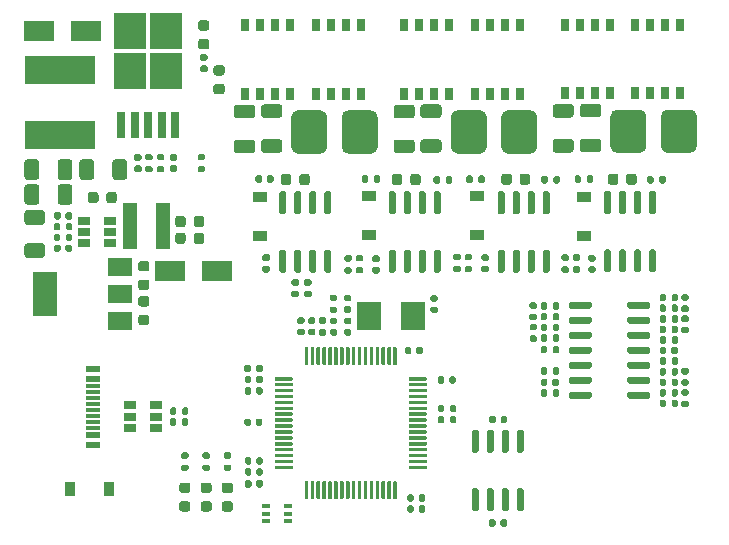
<source format=gbr>
%TF.GenerationSoftware,KiCad,Pcbnew,(5.1.6)-1*%
%TF.CreationDate,2022-04-30T17:47:53+08:00*%
%TF.ProjectId,simple_bldc,73696d70-6c65-45f6-926c-64632e6b6963,1*%
%TF.SameCoordinates,PX6979f40PYa1135a0*%
%TF.FileFunction,Paste,Top*%
%TF.FilePolarity,Positive*%
%FSLAX46Y46*%
G04 Gerber Fmt 4.6, Leading zero omitted, Abs format (unit mm)*
G04 Created by KiCad (PCBNEW (5.1.6)-1) date 2022-04-30 17:47:53*
%MOMM*%
%LPD*%
G01*
G04 APERTURE LIST*
%ADD10R,0.650000X0.400000*%
%ADD11R,2.750000X3.050000*%
%ADD12R,0.800000X2.200000*%
%ADD13R,1.200000X0.900000*%
%ADD14R,0.750000X1.100000*%
%ADD15R,2.500000X1.800000*%
%ADD16R,1.060000X0.650000*%
%ADD17R,0.900000X1.200000*%
%ADD18R,1.200000X3.900000*%
%ADD19R,1.160000X0.300000*%
%ADD20R,1.160000X0.600000*%
%ADD21R,2.000000X3.800000*%
%ADD22R,2.000000X1.500000*%
%ADD23R,5.900000X2.450000*%
%ADD24R,2.000000X2.400000*%
G04 APERTURE END LIST*
D10*
%TO.C,U12*%
X23403600Y9133600D03*
X23403600Y7833600D03*
X21503600Y8483600D03*
X23403600Y8483600D03*
X21503600Y7833600D03*
X21503600Y9133600D03*
%TD*%
%TO.C,C50*%
G36*
G01*
X10495500Y37960800D02*
X10840500Y37960800D01*
G75*
G02*
X10988000Y37813300I0J-147500D01*
G01*
X10988000Y37518300D01*
G75*
G02*
X10840500Y37370800I-147500J0D01*
G01*
X10495500Y37370800D01*
G75*
G02*
X10348000Y37518300I0J147500D01*
G01*
X10348000Y37813300D01*
G75*
G02*
X10495500Y37960800I147500J0D01*
G01*
G37*
G36*
G01*
X10495500Y38930800D02*
X10840500Y38930800D01*
G75*
G02*
X10988000Y38783300I0J-147500D01*
G01*
X10988000Y38488300D01*
G75*
G02*
X10840500Y38340800I-147500J0D01*
G01*
X10495500Y38340800D01*
G75*
G02*
X10348000Y38488300I0J147500D01*
G01*
X10348000Y38783300D01*
G75*
G02*
X10495500Y38930800I147500J0D01*
G01*
G37*
%TD*%
%TO.C,C7*%
G36*
G01*
X8525000Y36975000D02*
X8525000Y38225000D01*
G75*
G02*
X8775000Y38475000I250000J0D01*
G01*
X9525000Y38475000D01*
G75*
G02*
X9775000Y38225000I0J-250000D01*
G01*
X9775000Y36975000D01*
G75*
G02*
X9525000Y36725000I-250000J0D01*
G01*
X8775000Y36725000D01*
G75*
G02*
X8525000Y36975000I0J250000D01*
G01*
G37*
G36*
G01*
X5725000Y36975000D02*
X5725000Y38225000D01*
G75*
G02*
X5975000Y38475000I250000J0D01*
G01*
X6725000Y38475000D01*
G75*
G02*
X6975000Y38225000I0J-250000D01*
G01*
X6975000Y36975000D01*
G75*
G02*
X6725000Y36725000I-250000J0D01*
G01*
X5975000Y36725000D01*
G75*
G02*
X5725000Y36975000I0J250000D01*
G01*
G37*
%TD*%
%TO.C,D12*%
G36*
G01*
X16001150Y48668800D02*
X16513650Y48668800D01*
G75*
G02*
X16732400Y48450050I0J-218750D01*
G01*
X16732400Y48012550D01*
G75*
G02*
X16513650Y47793800I-218750J0D01*
G01*
X16001150Y47793800D01*
G75*
G02*
X15782400Y48012550I0J218750D01*
G01*
X15782400Y48450050D01*
G75*
G02*
X16001150Y48668800I218750J0D01*
G01*
G37*
G36*
G01*
X16001150Y50243800D02*
X16513650Y50243800D01*
G75*
G02*
X16732400Y50025050I0J-218750D01*
G01*
X16732400Y49587550D01*
G75*
G02*
X16513650Y49368800I-218750J0D01*
G01*
X16001150Y49368800D01*
G75*
G02*
X15782400Y49587550I0J218750D01*
G01*
X15782400Y50025050D01*
G75*
G02*
X16001150Y50243800I218750J0D01*
G01*
G37*
%TD*%
%TO.C,U11*%
G36*
G01*
X23088400Y33833700D02*
X22788400Y33833700D01*
G75*
G02*
X22638400Y33983700I0J150000D01*
G01*
X22638400Y35633700D01*
G75*
G02*
X22788400Y35783700I150000J0D01*
G01*
X23088400Y35783700D01*
G75*
G02*
X23238400Y35633700I0J-150000D01*
G01*
X23238400Y33983700D01*
G75*
G02*
X23088400Y33833700I-150000J0D01*
G01*
G37*
G36*
G01*
X24358400Y33833700D02*
X24058400Y33833700D01*
G75*
G02*
X23908400Y33983700I0J150000D01*
G01*
X23908400Y35633700D01*
G75*
G02*
X24058400Y35783700I150000J0D01*
G01*
X24358400Y35783700D01*
G75*
G02*
X24508400Y35633700I0J-150000D01*
G01*
X24508400Y33983700D01*
G75*
G02*
X24358400Y33833700I-150000J0D01*
G01*
G37*
G36*
G01*
X25628400Y33833700D02*
X25328400Y33833700D01*
G75*
G02*
X25178400Y33983700I0J150000D01*
G01*
X25178400Y35633700D01*
G75*
G02*
X25328400Y35783700I150000J0D01*
G01*
X25628400Y35783700D01*
G75*
G02*
X25778400Y35633700I0J-150000D01*
G01*
X25778400Y33983700D01*
G75*
G02*
X25628400Y33833700I-150000J0D01*
G01*
G37*
G36*
G01*
X26898400Y33833700D02*
X26598400Y33833700D01*
G75*
G02*
X26448400Y33983700I0J150000D01*
G01*
X26448400Y35633700D01*
G75*
G02*
X26598400Y35783700I150000J0D01*
G01*
X26898400Y35783700D01*
G75*
G02*
X27048400Y35633700I0J-150000D01*
G01*
X27048400Y33983700D01*
G75*
G02*
X26898400Y33833700I-150000J0D01*
G01*
G37*
G36*
G01*
X26898400Y28883700D02*
X26598400Y28883700D01*
G75*
G02*
X26448400Y29033700I0J150000D01*
G01*
X26448400Y30683700D01*
G75*
G02*
X26598400Y30833700I150000J0D01*
G01*
X26898400Y30833700D01*
G75*
G02*
X27048400Y30683700I0J-150000D01*
G01*
X27048400Y29033700D01*
G75*
G02*
X26898400Y28883700I-150000J0D01*
G01*
G37*
G36*
G01*
X25628400Y28883700D02*
X25328400Y28883700D01*
G75*
G02*
X25178400Y29033700I0J150000D01*
G01*
X25178400Y30683700D01*
G75*
G02*
X25328400Y30833700I150000J0D01*
G01*
X25628400Y30833700D01*
G75*
G02*
X25778400Y30683700I0J-150000D01*
G01*
X25778400Y29033700D01*
G75*
G02*
X25628400Y28883700I-150000J0D01*
G01*
G37*
G36*
G01*
X24358400Y28883700D02*
X24058400Y28883700D01*
G75*
G02*
X23908400Y29033700I0J150000D01*
G01*
X23908400Y30683700D01*
G75*
G02*
X24058400Y30833700I150000J0D01*
G01*
X24358400Y30833700D01*
G75*
G02*
X24508400Y30683700I0J-150000D01*
G01*
X24508400Y29033700D01*
G75*
G02*
X24358400Y28883700I-150000J0D01*
G01*
G37*
G36*
G01*
X23088400Y28883700D02*
X22788400Y28883700D01*
G75*
G02*
X22638400Y29033700I0J150000D01*
G01*
X22638400Y30683700D01*
G75*
G02*
X22788400Y30833700I150000J0D01*
G01*
X23088400Y30833700D01*
G75*
G02*
X23238400Y30683700I0J-150000D01*
G01*
X23238400Y29033700D01*
G75*
G02*
X23088400Y28883700I-150000J0D01*
G01*
G37*
%TD*%
D11*
%TO.C,U3*%
X13075000Y45975000D03*
X10025000Y49325000D03*
X10025000Y45975000D03*
X13075000Y49325000D03*
D12*
X13830000Y41350000D03*
X12690000Y41350000D03*
X11550000Y41350000D03*
X10410000Y41350000D03*
X9270000Y41350000D03*
%TD*%
%TO.C,R57*%
G36*
G01*
X25242300Y27749000D02*
X24897300Y27749000D01*
G75*
G02*
X24749800Y27896500I0J147500D01*
G01*
X24749800Y28191500D01*
G75*
G02*
X24897300Y28339000I147500J0D01*
G01*
X25242300Y28339000D01*
G75*
G02*
X25389800Y28191500I0J-147500D01*
G01*
X25389800Y27896500D01*
G75*
G02*
X25242300Y27749000I-147500J0D01*
G01*
G37*
G36*
G01*
X25242300Y26779000D02*
X24897300Y26779000D01*
G75*
G02*
X24749800Y26926500I0J147500D01*
G01*
X24749800Y27221500D01*
G75*
G02*
X24897300Y27369000I147500J0D01*
G01*
X25242300Y27369000D01*
G75*
G02*
X25389800Y27221500I0J-147500D01*
G01*
X25389800Y26926500D01*
G75*
G02*
X25242300Y26779000I-147500J0D01*
G01*
G37*
%TD*%
%TO.C,R56*%
G36*
G01*
X24175500Y27749000D02*
X23830500Y27749000D01*
G75*
G02*
X23683000Y27896500I0J147500D01*
G01*
X23683000Y28191500D01*
G75*
G02*
X23830500Y28339000I147500J0D01*
G01*
X24175500Y28339000D01*
G75*
G02*
X24323000Y28191500I0J-147500D01*
G01*
X24323000Y27896500D01*
G75*
G02*
X24175500Y27749000I-147500J0D01*
G01*
G37*
G36*
G01*
X24175500Y26779000D02*
X23830500Y26779000D01*
G75*
G02*
X23683000Y26926500I0J147500D01*
G01*
X23683000Y27221500D01*
G75*
G02*
X23830500Y27369000I147500J0D01*
G01*
X24175500Y27369000D01*
G75*
G02*
X24323000Y27221500I0J-147500D01*
G01*
X24323000Y26926500D01*
G75*
G02*
X24175500Y26779000I-147500J0D01*
G01*
G37*
%TD*%
%TO.C,R55*%
G36*
G01*
X16084900Y46428800D02*
X16429900Y46428800D01*
G75*
G02*
X16577400Y46281300I0J-147500D01*
G01*
X16577400Y45986300D01*
G75*
G02*
X16429900Y45838800I-147500J0D01*
G01*
X16084900Y45838800D01*
G75*
G02*
X15937400Y45986300I0J147500D01*
G01*
X15937400Y46281300D01*
G75*
G02*
X16084900Y46428800I147500J0D01*
G01*
G37*
G36*
G01*
X16084900Y47398800D02*
X16429900Y47398800D01*
G75*
G02*
X16577400Y47251300I0J-147500D01*
G01*
X16577400Y46956300D01*
G75*
G02*
X16429900Y46808800I-147500J0D01*
G01*
X16084900Y46808800D01*
G75*
G02*
X15937400Y46956300I0J147500D01*
G01*
X15937400Y47251300D01*
G75*
G02*
X16084900Y47398800I147500J0D01*
G01*
G37*
%TD*%
%TO.C,R4*%
G36*
G01*
X21576800Y36632100D02*
X21576800Y36977100D01*
G75*
G02*
X21724300Y37124600I147500J0D01*
G01*
X22019300Y37124600D01*
G75*
G02*
X22166800Y36977100I0J-147500D01*
G01*
X22166800Y36632100D01*
G75*
G02*
X22019300Y36484600I-147500J0D01*
G01*
X21724300Y36484600D01*
G75*
G02*
X21576800Y36632100I0J147500D01*
G01*
G37*
G36*
G01*
X20606800Y36632100D02*
X20606800Y36977100D01*
G75*
G02*
X20754300Y37124600I147500J0D01*
G01*
X21049300Y37124600D01*
G75*
G02*
X21196800Y36977100I0J-147500D01*
G01*
X21196800Y36632100D01*
G75*
G02*
X21049300Y36484600I-147500J0D01*
G01*
X20754300Y36484600D01*
G75*
G02*
X20606800Y36632100I0J147500D01*
G01*
G37*
%TD*%
%TO.C,R3*%
G36*
G01*
X13872500Y38340000D02*
X13527500Y38340000D01*
G75*
G02*
X13380000Y38487500I0J147500D01*
G01*
X13380000Y38782500D01*
G75*
G02*
X13527500Y38930000I147500J0D01*
G01*
X13872500Y38930000D01*
G75*
G02*
X14020000Y38782500I0J-147500D01*
G01*
X14020000Y38487500D01*
G75*
G02*
X13872500Y38340000I-147500J0D01*
G01*
G37*
G36*
G01*
X13872500Y37370000D02*
X13527500Y37370000D01*
G75*
G02*
X13380000Y37517500I0J147500D01*
G01*
X13380000Y37812500D01*
G75*
G02*
X13527500Y37960000I147500J0D01*
G01*
X13872500Y37960000D01*
G75*
G02*
X14020000Y37812500I0J-147500D01*
G01*
X14020000Y37517500D01*
G75*
G02*
X13872500Y37370000I-147500J0D01*
G01*
G37*
%TD*%
D13*
%TO.C,D11*%
X20980400Y32017700D03*
X20980400Y35317700D03*
%TD*%
%TO.C,C64*%
G36*
G01*
X24353000Y36510250D02*
X24353000Y37022750D01*
G75*
G02*
X24571750Y37241500I218750J0D01*
G01*
X25009250Y37241500D01*
G75*
G02*
X25228000Y37022750I0J-218750D01*
G01*
X25228000Y36510250D01*
G75*
G02*
X25009250Y36291500I-218750J0D01*
G01*
X24571750Y36291500D01*
G75*
G02*
X24353000Y36510250I0J218750D01*
G01*
G37*
G36*
G01*
X22778000Y36510250D02*
X22778000Y37022750D01*
G75*
G02*
X22996750Y37241500I218750J0D01*
G01*
X23434250Y37241500D01*
G75*
G02*
X23653000Y37022750I0J-218750D01*
G01*
X23653000Y36510250D01*
G75*
G02*
X23434250Y36291500I-218750J0D01*
G01*
X22996750Y36291500D01*
G75*
G02*
X22778000Y36510250I0J218750D01*
G01*
G37*
%TD*%
%TO.C,C63*%
G36*
G01*
X21366700Y29477200D02*
X21711700Y29477200D01*
G75*
G02*
X21859200Y29329700I0J-147500D01*
G01*
X21859200Y29034700D01*
G75*
G02*
X21711700Y28887200I-147500J0D01*
G01*
X21366700Y28887200D01*
G75*
G02*
X21219200Y29034700I0J147500D01*
G01*
X21219200Y29329700D01*
G75*
G02*
X21366700Y29477200I147500J0D01*
G01*
G37*
G36*
G01*
X21366700Y30447200D02*
X21711700Y30447200D01*
G75*
G02*
X21859200Y30299700I0J-147500D01*
G01*
X21859200Y30004700D01*
G75*
G02*
X21711700Y29857200I-147500J0D01*
G01*
X21366700Y29857200D01*
G75*
G02*
X21219200Y30004700I0J147500D01*
G01*
X21219200Y30299700D01*
G75*
G02*
X21366700Y30447200I147500J0D01*
G01*
G37*
%TD*%
%TO.C,C60*%
G36*
G01*
X2325000Y38225000D02*
X2325000Y36975000D01*
G75*
G02*
X2075000Y36725000I-250000J0D01*
G01*
X1325000Y36725000D01*
G75*
G02*
X1075000Y36975000I0J250000D01*
G01*
X1075000Y38225000D01*
G75*
G02*
X1325000Y38475000I250000J0D01*
G01*
X2075000Y38475000D01*
G75*
G02*
X2325000Y38225000I0J-250000D01*
G01*
G37*
G36*
G01*
X5125000Y38225000D02*
X5125000Y36975000D01*
G75*
G02*
X4875000Y36725000I-250000J0D01*
G01*
X4125000Y36725000D01*
G75*
G02*
X3875000Y36975000I0J250000D01*
G01*
X3875000Y38225000D01*
G75*
G02*
X4125000Y38475000I250000J0D01*
G01*
X4875000Y38475000D01*
G75*
G02*
X5125000Y38225000I0J-250000D01*
G01*
G37*
%TD*%
%TO.C,C21*%
G36*
G01*
X33741300Y36507150D02*
X33741300Y37019650D01*
G75*
G02*
X33960050Y37238400I218750J0D01*
G01*
X34397550Y37238400D01*
G75*
G02*
X34616300Y37019650I0J-218750D01*
G01*
X34616300Y36507150D01*
G75*
G02*
X34397550Y36288400I-218750J0D01*
G01*
X33960050Y36288400D01*
G75*
G02*
X33741300Y36507150I0J218750D01*
G01*
G37*
G36*
G01*
X32166300Y36507150D02*
X32166300Y37019650D01*
G75*
G02*
X32385050Y37238400I218750J0D01*
G01*
X32822550Y37238400D01*
G75*
G02*
X33041300Y37019650I0J-218750D01*
G01*
X33041300Y36507150D01*
G75*
G02*
X32822550Y36288400I-218750J0D01*
G01*
X32385050Y36288400D01*
G75*
G02*
X32166300Y36507150I0J218750D01*
G01*
G37*
%TD*%
%TO.C,C20*%
G36*
G01*
X30668800Y29373400D02*
X31013800Y29373400D01*
G75*
G02*
X31161300Y29225900I0J-147500D01*
G01*
X31161300Y28930900D01*
G75*
G02*
X31013800Y28783400I-147500J0D01*
G01*
X30668800Y28783400D01*
G75*
G02*
X30521300Y28930900I0J147500D01*
G01*
X30521300Y29225900D01*
G75*
G02*
X30668800Y29373400I147500J0D01*
G01*
G37*
G36*
G01*
X30668800Y30343400D02*
X31013800Y30343400D01*
G75*
G02*
X31161300Y30195900I0J-147500D01*
G01*
X31161300Y29900900D01*
G75*
G02*
X31013800Y29753400I-147500J0D01*
G01*
X30668800Y29753400D01*
G75*
G02*
X30521300Y29900900I0J147500D01*
G01*
X30521300Y30195900D01*
G75*
G02*
X30668800Y30343400I147500J0D01*
G01*
G37*
%TD*%
%TO.C,R52*%
G36*
G01*
X40985000Y7863000D02*
X40985000Y7518000D01*
G75*
G02*
X40837500Y7370500I-147500J0D01*
G01*
X40542500Y7370500D01*
G75*
G02*
X40395000Y7518000I0J147500D01*
G01*
X40395000Y7863000D01*
G75*
G02*
X40542500Y8010500I147500J0D01*
G01*
X40837500Y8010500D01*
G75*
G02*
X40985000Y7863000I0J-147500D01*
G01*
G37*
G36*
G01*
X41955000Y7863000D02*
X41955000Y7518000D01*
G75*
G02*
X41807500Y7370500I-147500J0D01*
G01*
X41512500Y7370500D01*
G75*
G02*
X41365000Y7518000I0J147500D01*
G01*
X41365000Y7863000D01*
G75*
G02*
X41512500Y8010500I147500J0D01*
G01*
X41807500Y8010500D01*
G75*
G02*
X41955000Y7863000I0J-147500D01*
G01*
G37*
%TD*%
%TO.C,C17*%
G36*
G01*
X14712200Y33463050D02*
X14712200Y32950550D01*
G75*
G02*
X14493450Y32731800I-218750J0D01*
G01*
X14055950Y32731800D01*
G75*
G02*
X13837200Y32950550I0J218750D01*
G01*
X13837200Y33463050D01*
G75*
G02*
X14055950Y33681800I218750J0D01*
G01*
X14493450Y33681800D01*
G75*
G02*
X14712200Y33463050I0J-218750D01*
G01*
G37*
G36*
G01*
X16287200Y33463050D02*
X16287200Y32950550D01*
G75*
G02*
X16068450Y32731800I-218750J0D01*
G01*
X15630950Y32731800D01*
G75*
G02*
X15412200Y32950550I0J218750D01*
G01*
X15412200Y33463050D01*
G75*
G02*
X15630950Y33681800I218750J0D01*
G01*
X16068450Y33681800D01*
G75*
G02*
X16287200Y33463050I0J-218750D01*
G01*
G37*
%TD*%
%TO.C,C14*%
G36*
G01*
X2575000Y32925000D02*
X1325000Y32925000D01*
G75*
G02*
X1075000Y33175000I0J250000D01*
G01*
X1075000Y33925000D01*
G75*
G02*
X1325000Y34175000I250000J0D01*
G01*
X2575000Y34175000D01*
G75*
G02*
X2825000Y33925000I0J-250000D01*
G01*
X2825000Y33175000D01*
G75*
G02*
X2575000Y32925000I-250000J0D01*
G01*
G37*
G36*
G01*
X2575000Y30125000D02*
X1325000Y30125000D01*
G75*
G02*
X1075000Y30375000I0J250000D01*
G01*
X1075000Y31125000D01*
G75*
G02*
X1325000Y31375000I250000J0D01*
G01*
X2575000Y31375000D01*
G75*
G02*
X2825000Y31125000I0J-250000D01*
G01*
X2825000Y30375000D01*
G75*
G02*
X2575000Y30125000I-250000J0D01*
G01*
G37*
%TD*%
%TO.C,C12*%
G36*
G01*
X2325000Y36125000D02*
X2325000Y34875000D01*
G75*
G02*
X2075000Y34625000I-250000J0D01*
G01*
X1325000Y34625000D01*
G75*
G02*
X1075000Y34875000I0J250000D01*
G01*
X1075000Y36125000D01*
G75*
G02*
X1325000Y36375000I250000J0D01*
G01*
X2075000Y36375000D01*
G75*
G02*
X2325000Y36125000I0J-250000D01*
G01*
G37*
G36*
G01*
X5125000Y36125000D02*
X5125000Y34875000D01*
G75*
G02*
X4875000Y34625000I-250000J0D01*
G01*
X4125000Y34625000D01*
G75*
G02*
X3875000Y34875000I0J250000D01*
G01*
X3875000Y36125000D01*
G75*
G02*
X4125000Y36375000I250000J0D01*
G01*
X4875000Y36375000D01*
G75*
G02*
X5125000Y36125000I0J-250000D01*
G01*
G37*
%TD*%
%TO.C,C10*%
G36*
G01*
X14712200Y32040650D02*
X14712200Y31528150D01*
G75*
G02*
X14493450Y31309400I-218750J0D01*
G01*
X14055950Y31309400D01*
G75*
G02*
X13837200Y31528150I0J218750D01*
G01*
X13837200Y32040650D01*
G75*
G02*
X14055950Y32259400I218750J0D01*
G01*
X14493450Y32259400D01*
G75*
G02*
X14712200Y32040650I0J-218750D01*
G01*
G37*
G36*
G01*
X16287200Y32040650D02*
X16287200Y31528150D01*
G75*
G02*
X16068450Y31309400I-218750J0D01*
G01*
X15630950Y31309400D01*
G75*
G02*
X15412200Y31528150I0J218750D01*
G01*
X15412200Y32040650D01*
G75*
G02*
X15630950Y32259400I218750J0D01*
G01*
X16068450Y32259400D01*
G75*
G02*
X16287200Y32040650I0J-218750D01*
G01*
G37*
%TD*%
D14*
%TO.C,Q6*%
X55346600Y49890000D03*
X54076600Y49890000D03*
X52806600Y44090000D03*
X54076600Y44090000D03*
X55346600Y44090000D03*
X56616600Y44090000D03*
X56616600Y49890000D03*
X52806600Y49890000D03*
%TD*%
%TO.C,Q5*%
X48082200Y44090000D03*
X49352200Y44090000D03*
X50622200Y49890000D03*
X49352200Y49890000D03*
X48082200Y49890000D03*
X46812200Y49890000D03*
X46812200Y44090000D03*
X50622200Y44090000D03*
%TD*%
%TO.C,Q4*%
X41732200Y49839200D03*
X40462200Y49839200D03*
X39192200Y44039200D03*
X40462200Y44039200D03*
X41732200Y44039200D03*
X43002200Y44039200D03*
X43002200Y49839200D03*
X39192200Y49839200D03*
%TD*%
%TO.C,Q3*%
X34467800Y44039200D03*
X35737800Y44039200D03*
X37007800Y49839200D03*
X35737800Y49839200D03*
X34467800Y49839200D03*
X33197800Y49839200D03*
X33197800Y44039200D03*
X37007800Y44039200D03*
%TD*%
%TO.C,Q2*%
X28270200Y49839200D03*
X27000200Y49839200D03*
X25730200Y44039200D03*
X27000200Y44039200D03*
X28270200Y44039200D03*
X29540200Y44039200D03*
X29540200Y49839200D03*
X25730200Y49839200D03*
%TD*%
%TO.C,Q1*%
X21005800Y44039200D03*
X22275800Y44039200D03*
X23545800Y49839200D03*
X22275800Y49839200D03*
X21005800Y49839200D03*
X19735800Y49839200D03*
X19735800Y44039200D03*
X23545800Y44039200D03*
%TD*%
D15*
%TO.C,D10*%
X17392400Y28990400D03*
X13392400Y28990400D03*
%TD*%
D16*
%TO.C,U10*%
X12174400Y16687800D03*
X12174400Y17637800D03*
X12174400Y15737800D03*
X9974400Y15737800D03*
X9974400Y16687800D03*
X9974400Y17637800D03*
%TD*%
D17*
%TO.C,D1*%
X8200000Y10550000D03*
X4900000Y10550000D03*
%TD*%
%TO.C,R2*%
G36*
G01*
X4540000Y33527500D02*
X4540000Y33872500D01*
G75*
G02*
X4687500Y34020000I147500J0D01*
G01*
X4982500Y34020000D01*
G75*
G02*
X5130000Y33872500I0J-147500D01*
G01*
X5130000Y33527500D01*
G75*
G02*
X4982500Y33380000I-147500J0D01*
G01*
X4687500Y33380000D01*
G75*
G02*
X4540000Y33527500I0J147500D01*
G01*
G37*
G36*
G01*
X3570000Y33527500D02*
X3570000Y33872500D01*
G75*
G02*
X3717500Y34020000I147500J0D01*
G01*
X4012500Y34020000D01*
G75*
G02*
X4160000Y33872500I0J-147500D01*
G01*
X4160000Y33527500D01*
G75*
G02*
X4012500Y33380000I-147500J0D01*
G01*
X3717500Y33380000D01*
G75*
G02*
X3570000Y33527500I0J147500D01*
G01*
G37*
%TD*%
%TO.C,R1*%
G36*
G01*
X20690000Y10827500D02*
X20690000Y11172500D01*
G75*
G02*
X20837500Y11320000I147500J0D01*
G01*
X21132500Y11320000D01*
G75*
G02*
X21280000Y11172500I0J-147500D01*
G01*
X21280000Y10827500D01*
G75*
G02*
X21132500Y10680000I-147500J0D01*
G01*
X20837500Y10680000D01*
G75*
G02*
X20690000Y10827500I0J147500D01*
G01*
G37*
G36*
G01*
X19720000Y10827500D02*
X19720000Y11172500D01*
G75*
G02*
X19867500Y11320000I147500J0D01*
G01*
X20162500Y11320000D01*
G75*
G02*
X20310000Y11172500I0J-147500D01*
G01*
X20310000Y10827500D01*
G75*
G02*
X20162500Y10680000I-147500J0D01*
G01*
X19867500Y10680000D01*
G75*
G02*
X19720000Y10827500I0J147500D01*
G01*
G37*
%TD*%
%TO.C,U9*%
G36*
G01*
X42905000Y10627900D02*
X43205000Y10627900D01*
G75*
G02*
X43355000Y10477900I0J-150000D01*
G01*
X43355000Y8827900D01*
G75*
G02*
X43205000Y8677900I-150000J0D01*
G01*
X42905000Y8677900D01*
G75*
G02*
X42755000Y8827900I0J150000D01*
G01*
X42755000Y10477900D01*
G75*
G02*
X42905000Y10627900I150000J0D01*
G01*
G37*
G36*
G01*
X41635000Y10627900D02*
X41935000Y10627900D01*
G75*
G02*
X42085000Y10477900I0J-150000D01*
G01*
X42085000Y8827900D01*
G75*
G02*
X41935000Y8677900I-150000J0D01*
G01*
X41635000Y8677900D01*
G75*
G02*
X41485000Y8827900I0J150000D01*
G01*
X41485000Y10477900D01*
G75*
G02*
X41635000Y10627900I150000J0D01*
G01*
G37*
G36*
G01*
X40365000Y10627900D02*
X40665000Y10627900D01*
G75*
G02*
X40815000Y10477900I0J-150000D01*
G01*
X40815000Y8827900D01*
G75*
G02*
X40665000Y8677900I-150000J0D01*
G01*
X40365000Y8677900D01*
G75*
G02*
X40215000Y8827900I0J150000D01*
G01*
X40215000Y10477900D01*
G75*
G02*
X40365000Y10627900I150000J0D01*
G01*
G37*
G36*
G01*
X39095000Y10627900D02*
X39395000Y10627900D01*
G75*
G02*
X39545000Y10477900I0J-150000D01*
G01*
X39545000Y8827900D01*
G75*
G02*
X39395000Y8677900I-150000J0D01*
G01*
X39095000Y8677900D01*
G75*
G02*
X38945000Y8827900I0J150000D01*
G01*
X38945000Y10477900D01*
G75*
G02*
X39095000Y10627900I150000J0D01*
G01*
G37*
G36*
G01*
X39095000Y15577900D02*
X39395000Y15577900D01*
G75*
G02*
X39545000Y15427900I0J-150000D01*
G01*
X39545000Y13777900D01*
G75*
G02*
X39395000Y13627900I-150000J0D01*
G01*
X39095000Y13627900D01*
G75*
G02*
X38945000Y13777900I0J150000D01*
G01*
X38945000Y15427900D01*
G75*
G02*
X39095000Y15577900I150000J0D01*
G01*
G37*
G36*
G01*
X40365000Y15577900D02*
X40665000Y15577900D01*
G75*
G02*
X40815000Y15427900I0J-150000D01*
G01*
X40815000Y13777900D01*
G75*
G02*
X40665000Y13627900I-150000J0D01*
G01*
X40365000Y13627900D01*
G75*
G02*
X40215000Y13777900I0J150000D01*
G01*
X40215000Y15427900D01*
G75*
G02*
X40365000Y15577900I150000J0D01*
G01*
G37*
G36*
G01*
X41635000Y15577900D02*
X41935000Y15577900D01*
G75*
G02*
X42085000Y15427900I0J-150000D01*
G01*
X42085000Y13777900D01*
G75*
G02*
X41935000Y13627900I-150000J0D01*
G01*
X41635000Y13627900D01*
G75*
G02*
X41485000Y13777900I0J150000D01*
G01*
X41485000Y15427900D01*
G75*
G02*
X41635000Y15577900I150000J0D01*
G01*
G37*
G36*
G01*
X42905000Y15577900D02*
X43205000Y15577900D01*
G75*
G02*
X43355000Y15427900I0J-150000D01*
G01*
X43355000Y13777900D01*
G75*
G02*
X43205000Y13627900I-150000J0D01*
G01*
X42905000Y13627900D01*
G75*
G02*
X42755000Y13777900I0J150000D01*
G01*
X42755000Y15427900D01*
G75*
G02*
X42905000Y15577900I150000J0D01*
G01*
G37*
%TD*%
%TO.C,U8*%
G36*
G01*
X32372958Y22595513D02*
X32522958Y22595513D01*
G75*
G02*
X32597958Y22520513I0J-75000D01*
G01*
X32597958Y21120513D01*
G75*
G02*
X32522958Y21045513I-75000J0D01*
G01*
X32372958Y21045513D01*
G75*
G02*
X32297958Y21120513I0J75000D01*
G01*
X32297958Y22520513D01*
G75*
G02*
X32372958Y22595513I75000J0D01*
G01*
G37*
G36*
G01*
X31872958Y22595513D02*
X32022958Y22595513D01*
G75*
G02*
X32097958Y22520513I0J-75000D01*
G01*
X32097958Y21120513D01*
G75*
G02*
X32022958Y21045513I-75000J0D01*
G01*
X31872958Y21045513D01*
G75*
G02*
X31797958Y21120513I0J75000D01*
G01*
X31797958Y22520513D01*
G75*
G02*
X31872958Y22595513I75000J0D01*
G01*
G37*
G36*
G01*
X31372958Y22595513D02*
X31522958Y22595513D01*
G75*
G02*
X31597958Y22520513I0J-75000D01*
G01*
X31597958Y21120513D01*
G75*
G02*
X31522958Y21045513I-75000J0D01*
G01*
X31372958Y21045513D01*
G75*
G02*
X31297958Y21120513I0J75000D01*
G01*
X31297958Y22520513D01*
G75*
G02*
X31372958Y22595513I75000J0D01*
G01*
G37*
G36*
G01*
X30872958Y22595513D02*
X31022958Y22595513D01*
G75*
G02*
X31097958Y22520513I0J-75000D01*
G01*
X31097958Y21120513D01*
G75*
G02*
X31022958Y21045513I-75000J0D01*
G01*
X30872958Y21045513D01*
G75*
G02*
X30797958Y21120513I0J75000D01*
G01*
X30797958Y22520513D01*
G75*
G02*
X30872958Y22595513I75000J0D01*
G01*
G37*
G36*
G01*
X30372958Y22595513D02*
X30522958Y22595513D01*
G75*
G02*
X30597958Y22520513I0J-75000D01*
G01*
X30597958Y21120513D01*
G75*
G02*
X30522958Y21045513I-75000J0D01*
G01*
X30372958Y21045513D01*
G75*
G02*
X30297958Y21120513I0J75000D01*
G01*
X30297958Y22520513D01*
G75*
G02*
X30372958Y22595513I75000J0D01*
G01*
G37*
G36*
G01*
X29872958Y22595513D02*
X30022958Y22595513D01*
G75*
G02*
X30097958Y22520513I0J-75000D01*
G01*
X30097958Y21120513D01*
G75*
G02*
X30022958Y21045513I-75000J0D01*
G01*
X29872958Y21045513D01*
G75*
G02*
X29797958Y21120513I0J75000D01*
G01*
X29797958Y22520513D01*
G75*
G02*
X29872958Y22595513I75000J0D01*
G01*
G37*
G36*
G01*
X29372958Y22595513D02*
X29522958Y22595513D01*
G75*
G02*
X29597958Y22520513I0J-75000D01*
G01*
X29597958Y21120513D01*
G75*
G02*
X29522958Y21045513I-75000J0D01*
G01*
X29372958Y21045513D01*
G75*
G02*
X29297958Y21120513I0J75000D01*
G01*
X29297958Y22520513D01*
G75*
G02*
X29372958Y22595513I75000J0D01*
G01*
G37*
G36*
G01*
X28872958Y22595513D02*
X29022958Y22595513D01*
G75*
G02*
X29097958Y22520513I0J-75000D01*
G01*
X29097958Y21120513D01*
G75*
G02*
X29022958Y21045513I-75000J0D01*
G01*
X28872958Y21045513D01*
G75*
G02*
X28797958Y21120513I0J75000D01*
G01*
X28797958Y22520513D01*
G75*
G02*
X28872958Y22595513I75000J0D01*
G01*
G37*
G36*
G01*
X28372958Y22595513D02*
X28522958Y22595513D01*
G75*
G02*
X28597958Y22520513I0J-75000D01*
G01*
X28597958Y21120513D01*
G75*
G02*
X28522958Y21045513I-75000J0D01*
G01*
X28372958Y21045513D01*
G75*
G02*
X28297958Y21120513I0J75000D01*
G01*
X28297958Y22520513D01*
G75*
G02*
X28372958Y22595513I75000J0D01*
G01*
G37*
G36*
G01*
X27872958Y22595513D02*
X28022958Y22595513D01*
G75*
G02*
X28097958Y22520513I0J-75000D01*
G01*
X28097958Y21120513D01*
G75*
G02*
X28022958Y21045513I-75000J0D01*
G01*
X27872958Y21045513D01*
G75*
G02*
X27797958Y21120513I0J75000D01*
G01*
X27797958Y22520513D01*
G75*
G02*
X27872958Y22595513I75000J0D01*
G01*
G37*
G36*
G01*
X27372958Y22595513D02*
X27522958Y22595513D01*
G75*
G02*
X27597958Y22520513I0J-75000D01*
G01*
X27597958Y21120513D01*
G75*
G02*
X27522958Y21045513I-75000J0D01*
G01*
X27372958Y21045513D01*
G75*
G02*
X27297958Y21120513I0J75000D01*
G01*
X27297958Y22520513D01*
G75*
G02*
X27372958Y22595513I75000J0D01*
G01*
G37*
G36*
G01*
X26872958Y22595513D02*
X27022958Y22595513D01*
G75*
G02*
X27097958Y22520513I0J-75000D01*
G01*
X27097958Y21120513D01*
G75*
G02*
X27022958Y21045513I-75000J0D01*
G01*
X26872958Y21045513D01*
G75*
G02*
X26797958Y21120513I0J75000D01*
G01*
X26797958Y22520513D01*
G75*
G02*
X26872958Y22595513I75000J0D01*
G01*
G37*
G36*
G01*
X26372958Y22595513D02*
X26522958Y22595513D01*
G75*
G02*
X26597958Y22520513I0J-75000D01*
G01*
X26597958Y21120513D01*
G75*
G02*
X26522958Y21045513I-75000J0D01*
G01*
X26372958Y21045513D01*
G75*
G02*
X26297958Y21120513I0J75000D01*
G01*
X26297958Y22520513D01*
G75*
G02*
X26372958Y22595513I75000J0D01*
G01*
G37*
G36*
G01*
X25872958Y22595513D02*
X26022958Y22595513D01*
G75*
G02*
X26097958Y22520513I0J-75000D01*
G01*
X26097958Y21120513D01*
G75*
G02*
X26022958Y21045513I-75000J0D01*
G01*
X25872958Y21045513D01*
G75*
G02*
X25797958Y21120513I0J75000D01*
G01*
X25797958Y22520513D01*
G75*
G02*
X25872958Y22595513I75000J0D01*
G01*
G37*
G36*
G01*
X25372958Y22595513D02*
X25522958Y22595513D01*
G75*
G02*
X25597958Y22520513I0J-75000D01*
G01*
X25597958Y21120513D01*
G75*
G02*
X25522958Y21045513I-75000J0D01*
G01*
X25372958Y21045513D01*
G75*
G02*
X25297958Y21120513I0J75000D01*
G01*
X25297958Y22520513D01*
G75*
G02*
X25372958Y22595513I75000J0D01*
G01*
G37*
G36*
G01*
X24872958Y22595513D02*
X25022958Y22595513D01*
G75*
G02*
X25097958Y22520513I0J-75000D01*
G01*
X25097958Y21120513D01*
G75*
G02*
X25022958Y21045513I-75000J0D01*
G01*
X24872958Y21045513D01*
G75*
G02*
X24797958Y21120513I0J75000D01*
G01*
X24797958Y22520513D01*
G75*
G02*
X24872958Y22595513I75000J0D01*
G01*
G37*
G36*
G01*
X22322958Y20045513D02*
X23722958Y20045513D01*
G75*
G02*
X23797958Y19970513I0J-75000D01*
G01*
X23797958Y19820513D01*
G75*
G02*
X23722958Y19745513I-75000J0D01*
G01*
X22322958Y19745513D01*
G75*
G02*
X22247958Y19820513I0J75000D01*
G01*
X22247958Y19970513D01*
G75*
G02*
X22322958Y20045513I75000J0D01*
G01*
G37*
G36*
G01*
X22322958Y19545513D02*
X23722958Y19545513D01*
G75*
G02*
X23797958Y19470513I0J-75000D01*
G01*
X23797958Y19320513D01*
G75*
G02*
X23722958Y19245513I-75000J0D01*
G01*
X22322958Y19245513D01*
G75*
G02*
X22247958Y19320513I0J75000D01*
G01*
X22247958Y19470513D01*
G75*
G02*
X22322958Y19545513I75000J0D01*
G01*
G37*
G36*
G01*
X22322958Y19045513D02*
X23722958Y19045513D01*
G75*
G02*
X23797958Y18970513I0J-75000D01*
G01*
X23797958Y18820513D01*
G75*
G02*
X23722958Y18745513I-75000J0D01*
G01*
X22322958Y18745513D01*
G75*
G02*
X22247958Y18820513I0J75000D01*
G01*
X22247958Y18970513D01*
G75*
G02*
X22322958Y19045513I75000J0D01*
G01*
G37*
G36*
G01*
X22322958Y18545513D02*
X23722958Y18545513D01*
G75*
G02*
X23797958Y18470513I0J-75000D01*
G01*
X23797958Y18320513D01*
G75*
G02*
X23722958Y18245513I-75000J0D01*
G01*
X22322958Y18245513D01*
G75*
G02*
X22247958Y18320513I0J75000D01*
G01*
X22247958Y18470513D01*
G75*
G02*
X22322958Y18545513I75000J0D01*
G01*
G37*
G36*
G01*
X22322958Y18045513D02*
X23722958Y18045513D01*
G75*
G02*
X23797958Y17970513I0J-75000D01*
G01*
X23797958Y17820513D01*
G75*
G02*
X23722958Y17745513I-75000J0D01*
G01*
X22322958Y17745513D01*
G75*
G02*
X22247958Y17820513I0J75000D01*
G01*
X22247958Y17970513D01*
G75*
G02*
X22322958Y18045513I75000J0D01*
G01*
G37*
G36*
G01*
X22322958Y17545513D02*
X23722958Y17545513D01*
G75*
G02*
X23797958Y17470513I0J-75000D01*
G01*
X23797958Y17320513D01*
G75*
G02*
X23722958Y17245513I-75000J0D01*
G01*
X22322958Y17245513D01*
G75*
G02*
X22247958Y17320513I0J75000D01*
G01*
X22247958Y17470513D01*
G75*
G02*
X22322958Y17545513I75000J0D01*
G01*
G37*
G36*
G01*
X22322958Y17045513D02*
X23722958Y17045513D01*
G75*
G02*
X23797958Y16970513I0J-75000D01*
G01*
X23797958Y16820513D01*
G75*
G02*
X23722958Y16745513I-75000J0D01*
G01*
X22322958Y16745513D01*
G75*
G02*
X22247958Y16820513I0J75000D01*
G01*
X22247958Y16970513D01*
G75*
G02*
X22322958Y17045513I75000J0D01*
G01*
G37*
G36*
G01*
X22322958Y16545513D02*
X23722958Y16545513D01*
G75*
G02*
X23797958Y16470513I0J-75000D01*
G01*
X23797958Y16320513D01*
G75*
G02*
X23722958Y16245513I-75000J0D01*
G01*
X22322958Y16245513D01*
G75*
G02*
X22247958Y16320513I0J75000D01*
G01*
X22247958Y16470513D01*
G75*
G02*
X22322958Y16545513I75000J0D01*
G01*
G37*
G36*
G01*
X22322958Y16045513D02*
X23722958Y16045513D01*
G75*
G02*
X23797958Y15970513I0J-75000D01*
G01*
X23797958Y15820513D01*
G75*
G02*
X23722958Y15745513I-75000J0D01*
G01*
X22322958Y15745513D01*
G75*
G02*
X22247958Y15820513I0J75000D01*
G01*
X22247958Y15970513D01*
G75*
G02*
X22322958Y16045513I75000J0D01*
G01*
G37*
G36*
G01*
X22322958Y15545513D02*
X23722958Y15545513D01*
G75*
G02*
X23797958Y15470513I0J-75000D01*
G01*
X23797958Y15320513D01*
G75*
G02*
X23722958Y15245513I-75000J0D01*
G01*
X22322958Y15245513D01*
G75*
G02*
X22247958Y15320513I0J75000D01*
G01*
X22247958Y15470513D01*
G75*
G02*
X22322958Y15545513I75000J0D01*
G01*
G37*
G36*
G01*
X22322958Y15045513D02*
X23722958Y15045513D01*
G75*
G02*
X23797958Y14970513I0J-75000D01*
G01*
X23797958Y14820513D01*
G75*
G02*
X23722958Y14745513I-75000J0D01*
G01*
X22322958Y14745513D01*
G75*
G02*
X22247958Y14820513I0J75000D01*
G01*
X22247958Y14970513D01*
G75*
G02*
X22322958Y15045513I75000J0D01*
G01*
G37*
G36*
G01*
X22322958Y14545513D02*
X23722958Y14545513D01*
G75*
G02*
X23797958Y14470513I0J-75000D01*
G01*
X23797958Y14320513D01*
G75*
G02*
X23722958Y14245513I-75000J0D01*
G01*
X22322958Y14245513D01*
G75*
G02*
X22247958Y14320513I0J75000D01*
G01*
X22247958Y14470513D01*
G75*
G02*
X22322958Y14545513I75000J0D01*
G01*
G37*
G36*
G01*
X22322958Y14045513D02*
X23722958Y14045513D01*
G75*
G02*
X23797958Y13970513I0J-75000D01*
G01*
X23797958Y13820513D01*
G75*
G02*
X23722958Y13745513I-75000J0D01*
G01*
X22322958Y13745513D01*
G75*
G02*
X22247958Y13820513I0J75000D01*
G01*
X22247958Y13970513D01*
G75*
G02*
X22322958Y14045513I75000J0D01*
G01*
G37*
G36*
G01*
X22322958Y13545513D02*
X23722958Y13545513D01*
G75*
G02*
X23797958Y13470513I0J-75000D01*
G01*
X23797958Y13320513D01*
G75*
G02*
X23722958Y13245513I-75000J0D01*
G01*
X22322958Y13245513D01*
G75*
G02*
X22247958Y13320513I0J75000D01*
G01*
X22247958Y13470513D01*
G75*
G02*
X22322958Y13545513I75000J0D01*
G01*
G37*
G36*
G01*
X22322958Y13045513D02*
X23722958Y13045513D01*
G75*
G02*
X23797958Y12970513I0J-75000D01*
G01*
X23797958Y12820513D01*
G75*
G02*
X23722958Y12745513I-75000J0D01*
G01*
X22322958Y12745513D01*
G75*
G02*
X22247958Y12820513I0J75000D01*
G01*
X22247958Y12970513D01*
G75*
G02*
X22322958Y13045513I75000J0D01*
G01*
G37*
G36*
G01*
X22322958Y12545513D02*
X23722958Y12545513D01*
G75*
G02*
X23797958Y12470513I0J-75000D01*
G01*
X23797958Y12320513D01*
G75*
G02*
X23722958Y12245513I-75000J0D01*
G01*
X22322958Y12245513D01*
G75*
G02*
X22247958Y12320513I0J75000D01*
G01*
X22247958Y12470513D01*
G75*
G02*
X22322958Y12545513I75000J0D01*
G01*
G37*
G36*
G01*
X24872958Y11245513D02*
X25022958Y11245513D01*
G75*
G02*
X25097958Y11170513I0J-75000D01*
G01*
X25097958Y9770513D01*
G75*
G02*
X25022958Y9695513I-75000J0D01*
G01*
X24872958Y9695513D01*
G75*
G02*
X24797958Y9770513I0J75000D01*
G01*
X24797958Y11170513D01*
G75*
G02*
X24872958Y11245513I75000J0D01*
G01*
G37*
G36*
G01*
X25372958Y11245513D02*
X25522958Y11245513D01*
G75*
G02*
X25597958Y11170513I0J-75000D01*
G01*
X25597958Y9770513D01*
G75*
G02*
X25522958Y9695513I-75000J0D01*
G01*
X25372958Y9695513D01*
G75*
G02*
X25297958Y9770513I0J75000D01*
G01*
X25297958Y11170513D01*
G75*
G02*
X25372958Y11245513I75000J0D01*
G01*
G37*
G36*
G01*
X25872958Y11245513D02*
X26022958Y11245513D01*
G75*
G02*
X26097958Y11170513I0J-75000D01*
G01*
X26097958Y9770513D01*
G75*
G02*
X26022958Y9695513I-75000J0D01*
G01*
X25872958Y9695513D01*
G75*
G02*
X25797958Y9770513I0J75000D01*
G01*
X25797958Y11170513D01*
G75*
G02*
X25872958Y11245513I75000J0D01*
G01*
G37*
G36*
G01*
X26372958Y11245513D02*
X26522958Y11245513D01*
G75*
G02*
X26597958Y11170513I0J-75000D01*
G01*
X26597958Y9770513D01*
G75*
G02*
X26522958Y9695513I-75000J0D01*
G01*
X26372958Y9695513D01*
G75*
G02*
X26297958Y9770513I0J75000D01*
G01*
X26297958Y11170513D01*
G75*
G02*
X26372958Y11245513I75000J0D01*
G01*
G37*
G36*
G01*
X26872958Y11245513D02*
X27022958Y11245513D01*
G75*
G02*
X27097958Y11170513I0J-75000D01*
G01*
X27097958Y9770513D01*
G75*
G02*
X27022958Y9695513I-75000J0D01*
G01*
X26872958Y9695513D01*
G75*
G02*
X26797958Y9770513I0J75000D01*
G01*
X26797958Y11170513D01*
G75*
G02*
X26872958Y11245513I75000J0D01*
G01*
G37*
G36*
G01*
X27372958Y11245513D02*
X27522958Y11245513D01*
G75*
G02*
X27597958Y11170513I0J-75000D01*
G01*
X27597958Y9770513D01*
G75*
G02*
X27522958Y9695513I-75000J0D01*
G01*
X27372958Y9695513D01*
G75*
G02*
X27297958Y9770513I0J75000D01*
G01*
X27297958Y11170513D01*
G75*
G02*
X27372958Y11245513I75000J0D01*
G01*
G37*
G36*
G01*
X27872958Y11245513D02*
X28022958Y11245513D01*
G75*
G02*
X28097958Y11170513I0J-75000D01*
G01*
X28097958Y9770513D01*
G75*
G02*
X28022958Y9695513I-75000J0D01*
G01*
X27872958Y9695513D01*
G75*
G02*
X27797958Y9770513I0J75000D01*
G01*
X27797958Y11170513D01*
G75*
G02*
X27872958Y11245513I75000J0D01*
G01*
G37*
G36*
G01*
X28372958Y11245513D02*
X28522958Y11245513D01*
G75*
G02*
X28597958Y11170513I0J-75000D01*
G01*
X28597958Y9770513D01*
G75*
G02*
X28522958Y9695513I-75000J0D01*
G01*
X28372958Y9695513D01*
G75*
G02*
X28297958Y9770513I0J75000D01*
G01*
X28297958Y11170513D01*
G75*
G02*
X28372958Y11245513I75000J0D01*
G01*
G37*
G36*
G01*
X28872958Y11245513D02*
X29022958Y11245513D01*
G75*
G02*
X29097958Y11170513I0J-75000D01*
G01*
X29097958Y9770513D01*
G75*
G02*
X29022958Y9695513I-75000J0D01*
G01*
X28872958Y9695513D01*
G75*
G02*
X28797958Y9770513I0J75000D01*
G01*
X28797958Y11170513D01*
G75*
G02*
X28872958Y11245513I75000J0D01*
G01*
G37*
G36*
G01*
X29372958Y11245513D02*
X29522958Y11245513D01*
G75*
G02*
X29597958Y11170513I0J-75000D01*
G01*
X29597958Y9770513D01*
G75*
G02*
X29522958Y9695513I-75000J0D01*
G01*
X29372958Y9695513D01*
G75*
G02*
X29297958Y9770513I0J75000D01*
G01*
X29297958Y11170513D01*
G75*
G02*
X29372958Y11245513I75000J0D01*
G01*
G37*
G36*
G01*
X29872958Y11245513D02*
X30022958Y11245513D01*
G75*
G02*
X30097958Y11170513I0J-75000D01*
G01*
X30097958Y9770513D01*
G75*
G02*
X30022958Y9695513I-75000J0D01*
G01*
X29872958Y9695513D01*
G75*
G02*
X29797958Y9770513I0J75000D01*
G01*
X29797958Y11170513D01*
G75*
G02*
X29872958Y11245513I75000J0D01*
G01*
G37*
G36*
G01*
X30372958Y11245513D02*
X30522958Y11245513D01*
G75*
G02*
X30597958Y11170513I0J-75000D01*
G01*
X30597958Y9770513D01*
G75*
G02*
X30522958Y9695513I-75000J0D01*
G01*
X30372958Y9695513D01*
G75*
G02*
X30297958Y9770513I0J75000D01*
G01*
X30297958Y11170513D01*
G75*
G02*
X30372958Y11245513I75000J0D01*
G01*
G37*
G36*
G01*
X30872958Y11245513D02*
X31022958Y11245513D01*
G75*
G02*
X31097958Y11170513I0J-75000D01*
G01*
X31097958Y9770513D01*
G75*
G02*
X31022958Y9695513I-75000J0D01*
G01*
X30872958Y9695513D01*
G75*
G02*
X30797958Y9770513I0J75000D01*
G01*
X30797958Y11170513D01*
G75*
G02*
X30872958Y11245513I75000J0D01*
G01*
G37*
G36*
G01*
X31372958Y11245513D02*
X31522958Y11245513D01*
G75*
G02*
X31597958Y11170513I0J-75000D01*
G01*
X31597958Y9770513D01*
G75*
G02*
X31522958Y9695513I-75000J0D01*
G01*
X31372958Y9695513D01*
G75*
G02*
X31297958Y9770513I0J75000D01*
G01*
X31297958Y11170513D01*
G75*
G02*
X31372958Y11245513I75000J0D01*
G01*
G37*
G36*
G01*
X31872958Y11245513D02*
X32022958Y11245513D01*
G75*
G02*
X32097958Y11170513I0J-75000D01*
G01*
X32097958Y9770513D01*
G75*
G02*
X32022958Y9695513I-75000J0D01*
G01*
X31872958Y9695513D01*
G75*
G02*
X31797958Y9770513I0J75000D01*
G01*
X31797958Y11170513D01*
G75*
G02*
X31872958Y11245513I75000J0D01*
G01*
G37*
G36*
G01*
X32372958Y11245513D02*
X32522958Y11245513D01*
G75*
G02*
X32597958Y11170513I0J-75000D01*
G01*
X32597958Y9770513D01*
G75*
G02*
X32522958Y9695513I-75000J0D01*
G01*
X32372958Y9695513D01*
G75*
G02*
X32297958Y9770513I0J75000D01*
G01*
X32297958Y11170513D01*
G75*
G02*
X32372958Y11245513I75000J0D01*
G01*
G37*
G36*
G01*
X33672958Y12545513D02*
X35072958Y12545513D01*
G75*
G02*
X35147958Y12470513I0J-75000D01*
G01*
X35147958Y12320513D01*
G75*
G02*
X35072958Y12245513I-75000J0D01*
G01*
X33672958Y12245513D01*
G75*
G02*
X33597958Y12320513I0J75000D01*
G01*
X33597958Y12470513D01*
G75*
G02*
X33672958Y12545513I75000J0D01*
G01*
G37*
G36*
G01*
X33672958Y13045513D02*
X35072958Y13045513D01*
G75*
G02*
X35147958Y12970513I0J-75000D01*
G01*
X35147958Y12820513D01*
G75*
G02*
X35072958Y12745513I-75000J0D01*
G01*
X33672958Y12745513D01*
G75*
G02*
X33597958Y12820513I0J75000D01*
G01*
X33597958Y12970513D01*
G75*
G02*
X33672958Y13045513I75000J0D01*
G01*
G37*
G36*
G01*
X33672958Y13545513D02*
X35072958Y13545513D01*
G75*
G02*
X35147958Y13470513I0J-75000D01*
G01*
X35147958Y13320513D01*
G75*
G02*
X35072958Y13245513I-75000J0D01*
G01*
X33672958Y13245513D01*
G75*
G02*
X33597958Y13320513I0J75000D01*
G01*
X33597958Y13470513D01*
G75*
G02*
X33672958Y13545513I75000J0D01*
G01*
G37*
G36*
G01*
X33672958Y14045513D02*
X35072958Y14045513D01*
G75*
G02*
X35147958Y13970513I0J-75000D01*
G01*
X35147958Y13820513D01*
G75*
G02*
X35072958Y13745513I-75000J0D01*
G01*
X33672958Y13745513D01*
G75*
G02*
X33597958Y13820513I0J75000D01*
G01*
X33597958Y13970513D01*
G75*
G02*
X33672958Y14045513I75000J0D01*
G01*
G37*
G36*
G01*
X33672958Y14545513D02*
X35072958Y14545513D01*
G75*
G02*
X35147958Y14470513I0J-75000D01*
G01*
X35147958Y14320513D01*
G75*
G02*
X35072958Y14245513I-75000J0D01*
G01*
X33672958Y14245513D01*
G75*
G02*
X33597958Y14320513I0J75000D01*
G01*
X33597958Y14470513D01*
G75*
G02*
X33672958Y14545513I75000J0D01*
G01*
G37*
G36*
G01*
X33672958Y15045513D02*
X35072958Y15045513D01*
G75*
G02*
X35147958Y14970513I0J-75000D01*
G01*
X35147958Y14820513D01*
G75*
G02*
X35072958Y14745513I-75000J0D01*
G01*
X33672958Y14745513D01*
G75*
G02*
X33597958Y14820513I0J75000D01*
G01*
X33597958Y14970513D01*
G75*
G02*
X33672958Y15045513I75000J0D01*
G01*
G37*
G36*
G01*
X33672958Y15545513D02*
X35072958Y15545513D01*
G75*
G02*
X35147958Y15470513I0J-75000D01*
G01*
X35147958Y15320513D01*
G75*
G02*
X35072958Y15245513I-75000J0D01*
G01*
X33672958Y15245513D01*
G75*
G02*
X33597958Y15320513I0J75000D01*
G01*
X33597958Y15470513D01*
G75*
G02*
X33672958Y15545513I75000J0D01*
G01*
G37*
G36*
G01*
X33672958Y16045513D02*
X35072958Y16045513D01*
G75*
G02*
X35147958Y15970513I0J-75000D01*
G01*
X35147958Y15820513D01*
G75*
G02*
X35072958Y15745513I-75000J0D01*
G01*
X33672958Y15745513D01*
G75*
G02*
X33597958Y15820513I0J75000D01*
G01*
X33597958Y15970513D01*
G75*
G02*
X33672958Y16045513I75000J0D01*
G01*
G37*
G36*
G01*
X33672958Y16545513D02*
X35072958Y16545513D01*
G75*
G02*
X35147958Y16470513I0J-75000D01*
G01*
X35147958Y16320513D01*
G75*
G02*
X35072958Y16245513I-75000J0D01*
G01*
X33672958Y16245513D01*
G75*
G02*
X33597958Y16320513I0J75000D01*
G01*
X33597958Y16470513D01*
G75*
G02*
X33672958Y16545513I75000J0D01*
G01*
G37*
G36*
G01*
X33672958Y17045513D02*
X35072958Y17045513D01*
G75*
G02*
X35147958Y16970513I0J-75000D01*
G01*
X35147958Y16820513D01*
G75*
G02*
X35072958Y16745513I-75000J0D01*
G01*
X33672958Y16745513D01*
G75*
G02*
X33597958Y16820513I0J75000D01*
G01*
X33597958Y16970513D01*
G75*
G02*
X33672958Y17045513I75000J0D01*
G01*
G37*
G36*
G01*
X33672958Y17545513D02*
X35072958Y17545513D01*
G75*
G02*
X35147958Y17470513I0J-75000D01*
G01*
X35147958Y17320513D01*
G75*
G02*
X35072958Y17245513I-75000J0D01*
G01*
X33672958Y17245513D01*
G75*
G02*
X33597958Y17320513I0J75000D01*
G01*
X33597958Y17470513D01*
G75*
G02*
X33672958Y17545513I75000J0D01*
G01*
G37*
G36*
G01*
X33672958Y18045513D02*
X35072958Y18045513D01*
G75*
G02*
X35147958Y17970513I0J-75000D01*
G01*
X35147958Y17820513D01*
G75*
G02*
X35072958Y17745513I-75000J0D01*
G01*
X33672958Y17745513D01*
G75*
G02*
X33597958Y17820513I0J75000D01*
G01*
X33597958Y17970513D01*
G75*
G02*
X33672958Y18045513I75000J0D01*
G01*
G37*
G36*
G01*
X33672958Y18545513D02*
X35072958Y18545513D01*
G75*
G02*
X35147958Y18470513I0J-75000D01*
G01*
X35147958Y18320513D01*
G75*
G02*
X35072958Y18245513I-75000J0D01*
G01*
X33672958Y18245513D01*
G75*
G02*
X33597958Y18320513I0J75000D01*
G01*
X33597958Y18470513D01*
G75*
G02*
X33672958Y18545513I75000J0D01*
G01*
G37*
G36*
G01*
X33672958Y19045513D02*
X35072958Y19045513D01*
G75*
G02*
X35147958Y18970513I0J-75000D01*
G01*
X35147958Y18820513D01*
G75*
G02*
X35072958Y18745513I-75000J0D01*
G01*
X33672958Y18745513D01*
G75*
G02*
X33597958Y18820513I0J75000D01*
G01*
X33597958Y18970513D01*
G75*
G02*
X33672958Y19045513I75000J0D01*
G01*
G37*
G36*
G01*
X33672958Y19545513D02*
X35072958Y19545513D01*
G75*
G02*
X35147958Y19470513I0J-75000D01*
G01*
X35147958Y19320513D01*
G75*
G02*
X35072958Y19245513I-75000J0D01*
G01*
X33672958Y19245513D01*
G75*
G02*
X33597958Y19320513I0J75000D01*
G01*
X33597958Y19470513D01*
G75*
G02*
X33672958Y19545513I75000J0D01*
G01*
G37*
G36*
G01*
X33672958Y20045513D02*
X35072958Y20045513D01*
G75*
G02*
X35147958Y19970513I0J-75000D01*
G01*
X35147958Y19820513D01*
G75*
G02*
X35072958Y19745513I-75000J0D01*
G01*
X33672958Y19745513D01*
G75*
G02*
X33597958Y19820513I0J75000D01*
G01*
X33597958Y19970513D01*
G75*
G02*
X33672958Y20045513I75000J0D01*
G01*
G37*
%TD*%
D16*
%TO.C,U2*%
X6139000Y32343200D03*
X6139000Y31393200D03*
X6139000Y33293200D03*
X8339000Y33293200D03*
X8339000Y32343200D03*
X8339000Y31393200D03*
%TD*%
%TO.C,C36*%
G36*
G01*
X25230000Y25093200D02*
X25570000Y25093200D01*
G75*
G02*
X25710000Y24953200I0J-140000D01*
G01*
X25710000Y24673200D01*
G75*
G02*
X25570000Y24533200I-140000J0D01*
G01*
X25230000Y24533200D01*
G75*
G02*
X25090000Y24673200I0J140000D01*
G01*
X25090000Y24953200D01*
G75*
G02*
X25230000Y25093200I140000J0D01*
G01*
G37*
G36*
G01*
X25230000Y24133200D02*
X25570000Y24133200D01*
G75*
G02*
X25710000Y23993200I0J-140000D01*
G01*
X25710000Y23713200D01*
G75*
G02*
X25570000Y23573200I-140000J0D01*
G01*
X25230000Y23573200D01*
G75*
G02*
X25090000Y23713200I0J140000D01*
G01*
X25090000Y23993200D01*
G75*
G02*
X25230000Y24133200I140000J0D01*
G01*
G37*
%TD*%
%TO.C,C48*%
G36*
G01*
X47335201Y39047200D02*
X46035199Y39047200D01*
G75*
G02*
X45785200Y39297199I0J249999D01*
G01*
X45785200Y39947201D01*
G75*
G02*
X46035199Y40197200I249999J0D01*
G01*
X47335201Y40197200D01*
G75*
G02*
X47585200Y39947201I0J-249999D01*
G01*
X47585200Y39297199D01*
G75*
G02*
X47335201Y39047200I-249999J0D01*
G01*
G37*
G36*
G01*
X47335201Y41997200D02*
X46035199Y41997200D01*
G75*
G02*
X45785200Y42247199I0J249999D01*
G01*
X45785200Y42897201D01*
G75*
G02*
X46035199Y43147200I249999J0D01*
G01*
X47335201Y43147200D01*
G75*
G02*
X47585200Y42897201I0J-249999D01*
G01*
X47585200Y42247199D01*
G75*
G02*
X47335201Y41997200I-249999J0D01*
G01*
G37*
%TD*%
%TO.C,C47*%
G36*
G01*
X33873201Y38996400D02*
X32573199Y38996400D01*
G75*
G02*
X32323200Y39246399I0J249999D01*
G01*
X32323200Y39896401D01*
G75*
G02*
X32573199Y40146400I249999J0D01*
G01*
X33873201Y40146400D01*
G75*
G02*
X34123200Y39896401I0J-249999D01*
G01*
X34123200Y39246399D01*
G75*
G02*
X33873201Y38996400I-249999J0D01*
G01*
G37*
G36*
G01*
X33873201Y41946400D02*
X32573199Y41946400D01*
G75*
G02*
X32323200Y42196399I0J249999D01*
G01*
X32323200Y42846401D01*
G75*
G02*
X32573199Y43096400I249999J0D01*
G01*
X33873201Y43096400D01*
G75*
G02*
X34123200Y42846401I0J-249999D01*
G01*
X34123200Y42196399D01*
G75*
G02*
X33873201Y41946400I-249999J0D01*
G01*
G37*
%TD*%
%TO.C,C46*%
G36*
G01*
X20360401Y38996400D02*
X19060399Y38996400D01*
G75*
G02*
X18810400Y39246399I0J249999D01*
G01*
X18810400Y39896401D01*
G75*
G02*
X19060399Y40146400I249999J0D01*
G01*
X20360401Y40146400D01*
G75*
G02*
X20610400Y39896401I0J-249999D01*
G01*
X20610400Y39246399D01*
G75*
G02*
X20360401Y38996400I-249999J0D01*
G01*
G37*
G36*
G01*
X20360401Y41946400D02*
X19060399Y41946400D01*
G75*
G02*
X18810400Y42196399I0J249999D01*
G01*
X18810400Y42846401D01*
G75*
G02*
X19060399Y43096400I249999J0D01*
G01*
X20360401Y43096400D01*
G75*
G02*
X20610400Y42846401I0J-249999D01*
G01*
X20610400Y42196399D01*
G75*
G02*
X20360401Y41946400I-249999J0D01*
G01*
G37*
%TD*%
%TO.C,C31*%
G36*
G01*
X49658001Y39070000D02*
X48357999Y39070000D01*
G75*
G02*
X48108000Y39319999I0J249999D01*
G01*
X48108000Y39970001D01*
G75*
G02*
X48357999Y40220000I249999J0D01*
G01*
X49658001Y40220000D01*
G75*
G02*
X49908000Y39970001I0J-249999D01*
G01*
X49908000Y39319999D01*
G75*
G02*
X49658001Y39070000I-249999J0D01*
G01*
G37*
G36*
G01*
X49658001Y42020000D02*
X48357999Y42020000D01*
G75*
G02*
X48108000Y42269999I0J249999D01*
G01*
X48108000Y42920001D01*
G75*
G02*
X48357999Y43170000I249999J0D01*
G01*
X49658001Y43170000D01*
G75*
G02*
X49908000Y42920001I0J-249999D01*
G01*
X49908000Y42269999D01*
G75*
G02*
X49658001Y42020000I-249999J0D01*
G01*
G37*
%TD*%
%TO.C,C30*%
G36*
G01*
X22657601Y39032500D02*
X21357599Y39032500D01*
G75*
G02*
X21107600Y39282499I0J249999D01*
G01*
X21107600Y39932501D01*
G75*
G02*
X21357599Y40182500I249999J0D01*
G01*
X22657601Y40182500D01*
G75*
G02*
X22907600Y39932501I0J-249999D01*
G01*
X22907600Y39282499D01*
G75*
G02*
X22657601Y39032500I-249999J0D01*
G01*
G37*
G36*
G01*
X22657601Y41982500D02*
X21357599Y41982500D01*
G75*
G02*
X21107600Y42232499I0J249999D01*
G01*
X21107600Y42882501D01*
G75*
G02*
X21357599Y43132500I249999J0D01*
G01*
X22657601Y43132500D01*
G75*
G02*
X22907600Y42882501I0J-249999D01*
G01*
X22907600Y42232499D01*
G75*
G02*
X22657601Y41982500I-249999J0D01*
G01*
G37*
%TD*%
%TO.C,C29*%
G36*
G01*
X36136401Y39020800D02*
X34836399Y39020800D01*
G75*
G02*
X34586400Y39270799I0J249999D01*
G01*
X34586400Y39920801D01*
G75*
G02*
X34836399Y40170800I249999J0D01*
G01*
X36136401Y40170800D01*
G75*
G02*
X36386400Y39920801I0J-249999D01*
G01*
X36386400Y39270799D01*
G75*
G02*
X36136401Y39020800I-249999J0D01*
G01*
G37*
G36*
G01*
X36136401Y41970800D02*
X34836399Y41970800D01*
G75*
G02*
X34586400Y42220799I0J249999D01*
G01*
X34586400Y42870801D01*
G75*
G02*
X34836399Y43120800I249999J0D01*
G01*
X36136401Y43120800D01*
G75*
G02*
X36386400Y42870801I0J-249999D01*
G01*
X36386400Y42220799D01*
G75*
G02*
X36136401Y41970800I-249999J0D01*
G01*
G37*
%TD*%
%TO.C,R49*%
G36*
G01*
X55364600Y36926100D02*
X55364600Y36556100D01*
G75*
G02*
X55229600Y36421100I-135000J0D01*
G01*
X54959600Y36421100D01*
G75*
G02*
X54824600Y36556100I0J135000D01*
G01*
X54824600Y36926100D01*
G75*
G02*
X54959600Y37061100I135000J0D01*
G01*
X55229600Y37061100D01*
G75*
G02*
X55364600Y36926100I0J-135000D01*
G01*
G37*
G36*
G01*
X54344600Y36926100D02*
X54344600Y36556100D01*
G75*
G02*
X54209600Y36421100I-135000J0D01*
G01*
X53939600Y36421100D01*
G75*
G02*
X53804600Y36556100I0J135000D01*
G01*
X53804600Y36926100D01*
G75*
G02*
X53939600Y37061100I135000J0D01*
G01*
X54209600Y37061100D01*
G75*
G02*
X54344600Y36926100I0J-135000D01*
G01*
G37*
%TD*%
%TO.C,R48*%
G36*
G01*
X49217800Y36976900D02*
X49217800Y36606900D01*
G75*
G02*
X49082800Y36471900I-135000J0D01*
G01*
X48812800Y36471900D01*
G75*
G02*
X48677800Y36606900I0J135000D01*
G01*
X48677800Y36976900D01*
G75*
G02*
X48812800Y37111900I135000J0D01*
G01*
X49082800Y37111900D01*
G75*
G02*
X49217800Y36976900I0J-135000D01*
G01*
G37*
G36*
G01*
X48197800Y36976900D02*
X48197800Y36606900D01*
G75*
G02*
X48062800Y36471900I-135000J0D01*
G01*
X47792800Y36471900D01*
G75*
G02*
X47657800Y36606900I0J135000D01*
G01*
X47657800Y36976900D01*
G75*
G02*
X47792800Y37111900I135000J0D01*
G01*
X48062800Y37111900D01*
G75*
G02*
X48197800Y36976900I0J-135000D01*
G01*
G37*
%TD*%
%TO.C,R46*%
G36*
G01*
X46398400Y36926100D02*
X46398400Y36556100D01*
G75*
G02*
X46263400Y36421100I-135000J0D01*
G01*
X45993400Y36421100D01*
G75*
G02*
X45858400Y36556100I0J135000D01*
G01*
X45858400Y36926100D01*
G75*
G02*
X45993400Y37061100I135000J0D01*
G01*
X46263400Y37061100D01*
G75*
G02*
X46398400Y36926100I0J-135000D01*
G01*
G37*
G36*
G01*
X45378400Y36926100D02*
X45378400Y36556100D01*
G75*
G02*
X45243400Y36421100I-135000J0D01*
G01*
X44973400Y36421100D01*
G75*
G02*
X44838400Y36556100I0J135000D01*
G01*
X44838400Y36926100D01*
G75*
G02*
X44973400Y37061100I135000J0D01*
G01*
X45243400Y37061100D01*
G75*
G02*
X45378400Y36926100I0J-135000D01*
G01*
G37*
%TD*%
%TO.C,R45*%
G36*
G01*
X40048400Y36976900D02*
X40048400Y36606900D01*
G75*
G02*
X39913400Y36471900I-135000J0D01*
G01*
X39643400Y36471900D01*
G75*
G02*
X39508400Y36606900I0J135000D01*
G01*
X39508400Y36976900D01*
G75*
G02*
X39643400Y37111900I135000J0D01*
G01*
X39913400Y37111900D01*
G75*
G02*
X40048400Y36976900I0J-135000D01*
G01*
G37*
G36*
G01*
X39028400Y36976900D02*
X39028400Y36606900D01*
G75*
G02*
X38893400Y36471900I-135000J0D01*
G01*
X38623400Y36471900D01*
G75*
G02*
X38488400Y36606900I0J135000D01*
G01*
X38488400Y36976900D01*
G75*
G02*
X38623400Y37111900I135000J0D01*
G01*
X38893400Y37111900D01*
G75*
G02*
X39028400Y36976900I0J-135000D01*
G01*
G37*
%TD*%
%TO.C,R43*%
G36*
G01*
X37267100Y36913400D02*
X37267100Y36543400D01*
G75*
G02*
X37132100Y36408400I-135000J0D01*
G01*
X36862100Y36408400D01*
G75*
G02*
X36727100Y36543400I0J135000D01*
G01*
X36727100Y36913400D01*
G75*
G02*
X36862100Y37048400I135000J0D01*
G01*
X37132100Y37048400D01*
G75*
G02*
X37267100Y36913400I0J-135000D01*
G01*
G37*
G36*
G01*
X36247100Y36913400D02*
X36247100Y36543400D01*
G75*
G02*
X36112100Y36408400I-135000J0D01*
G01*
X35842100Y36408400D01*
G75*
G02*
X35707100Y36543400I0J135000D01*
G01*
X35707100Y36913400D01*
G75*
G02*
X35842100Y37048400I135000J0D01*
G01*
X36112100Y37048400D01*
G75*
G02*
X36247100Y36913400I0J-135000D01*
G01*
G37*
%TD*%
%TO.C,R42*%
G36*
G01*
X31196500Y36989600D02*
X31196500Y36619600D01*
G75*
G02*
X31061500Y36484600I-135000J0D01*
G01*
X30791500Y36484600D01*
G75*
G02*
X30656500Y36619600I0J135000D01*
G01*
X30656500Y36989600D01*
G75*
G02*
X30791500Y37124600I135000J0D01*
G01*
X31061500Y37124600D01*
G75*
G02*
X31196500Y36989600I0J-135000D01*
G01*
G37*
G36*
G01*
X30176500Y36989600D02*
X30176500Y36619600D01*
G75*
G02*
X30041500Y36484600I-135000J0D01*
G01*
X29771500Y36484600D01*
G75*
G02*
X29636500Y36619600I0J135000D01*
G01*
X29636500Y36989600D01*
G75*
G02*
X29771500Y37124600I135000J0D01*
G01*
X30041500Y37124600D01*
G75*
G02*
X30176500Y36989600I0J-135000D01*
G01*
G37*
%TD*%
%TO.C,U7*%
G36*
G01*
X50594400Y28899900D02*
X50294400Y28899900D01*
G75*
G02*
X50144400Y29049900I0J150000D01*
G01*
X50144400Y30699900D01*
G75*
G02*
X50294400Y30849900I150000J0D01*
G01*
X50594400Y30849900D01*
G75*
G02*
X50744400Y30699900I0J-150000D01*
G01*
X50744400Y29049900D01*
G75*
G02*
X50594400Y28899900I-150000J0D01*
G01*
G37*
G36*
G01*
X51864400Y28899900D02*
X51564400Y28899900D01*
G75*
G02*
X51414400Y29049900I0J150000D01*
G01*
X51414400Y30699900D01*
G75*
G02*
X51564400Y30849900I150000J0D01*
G01*
X51864400Y30849900D01*
G75*
G02*
X52014400Y30699900I0J-150000D01*
G01*
X52014400Y29049900D01*
G75*
G02*
X51864400Y28899900I-150000J0D01*
G01*
G37*
G36*
G01*
X53134400Y28899900D02*
X52834400Y28899900D01*
G75*
G02*
X52684400Y29049900I0J150000D01*
G01*
X52684400Y30699900D01*
G75*
G02*
X52834400Y30849900I150000J0D01*
G01*
X53134400Y30849900D01*
G75*
G02*
X53284400Y30699900I0J-150000D01*
G01*
X53284400Y29049900D01*
G75*
G02*
X53134400Y28899900I-150000J0D01*
G01*
G37*
G36*
G01*
X54404400Y28899900D02*
X54104400Y28899900D01*
G75*
G02*
X53954400Y29049900I0J150000D01*
G01*
X53954400Y30699900D01*
G75*
G02*
X54104400Y30849900I150000J0D01*
G01*
X54404400Y30849900D01*
G75*
G02*
X54554400Y30699900I0J-150000D01*
G01*
X54554400Y29049900D01*
G75*
G02*
X54404400Y28899900I-150000J0D01*
G01*
G37*
G36*
G01*
X54404400Y33849900D02*
X54104400Y33849900D01*
G75*
G02*
X53954400Y33999900I0J150000D01*
G01*
X53954400Y35649900D01*
G75*
G02*
X54104400Y35799900I150000J0D01*
G01*
X54404400Y35799900D01*
G75*
G02*
X54554400Y35649900I0J-150000D01*
G01*
X54554400Y33999900D01*
G75*
G02*
X54404400Y33849900I-150000J0D01*
G01*
G37*
G36*
G01*
X53134400Y33849900D02*
X52834400Y33849900D01*
G75*
G02*
X52684400Y33999900I0J150000D01*
G01*
X52684400Y35649900D01*
G75*
G02*
X52834400Y35799900I150000J0D01*
G01*
X53134400Y35799900D01*
G75*
G02*
X53284400Y35649900I0J-150000D01*
G01*
X53284400Y33999900D01*
G75*
G02*
X53134400Y33849900I-150000J0D01*
G01*
G37*
G36*
G01*
X51864400Y33849900D02*
X51564400Y33849900D01*
G75*
G02*
X51414400Y33999900I0J150000D01*
G01*
X51414400Y35649900D01*
G75*
G02*
X51564400Y35799900I150000J0D01*
G01*
X51864400Y35799900D01*
G75*
G02*
X52014400Y35649900I0J-150000D01*
G01*
X52014400Y33999900D01*
G75*
G02*
X51864400Y33849900I-150000J0D01*
G01*
G37*
G36*
G01*
X50594400Y33849900D02*
X50294400Y33849900D01*
G75*
G02*
X50144400Y33999900I0J150000D01*
G01*
X50144400Y35649900D01*
G75*
G02*
X50294400Y35799900I150000J0D01*
G01*
X50594400Y35799900D01*
G75*
G02*
X50744400Y35649900I0J-150000D01*
G01*
X50744400Y33999900D01*
G75*
G02*
X50594400Y33849900I-150000J0D01*
G01*
G37*
%TD*%
D18*
%TO.C,L1*%
X10000000Y32800000D03*
X12800000Y32800000D03*
%TD*%
D13*
%TO.C,D8*%
X48488600Y35292300D03*
X48488600Y31992300D03*
%TD*%
%TO.C,D7*%
X39420800Y35343100D03*
X39420800Y32043100D03*
%TD*%
%TO.C,D6*%
X30264100Y35355800D03*
X30264100Y32055800D03*
%TD*%
%TO.C,U6*%
G36*
G01*
X41577400Y28871500D02*
X41277400Y28871500D01*
G75*
G02*
X41127400Y29021500I0J150000D01*
G01*
X41127400Y30671500D01*
G75*
G02*
X41277400Y30821500I150000J0D01*
G01*
X41577400Y30821500D01*
G75*
G02*
X41727400Y30671500I0J-150000D01*
G01*
X41727400Y29021500D01*
G75*
G02*
X41577400Y28871500I-150000J0D01*
G01*
G37*
G36*
G01*
X42847400Y28871500D02*
X42547400Y28871500D01*
G75*
G02*
X42397400Y29021500I0J150000D01*
G01*
X42397400Y30671500D01*
G75*
G02*
X42547400Y30821500I150000J0D01*
G01*
X42847400Y30821500D01*
G75*
G02*
X42997400Y30671500I0J-150000D01*
G01*
X42997400Y29021500D01*
G75*
G02*
X42847400Y28871500I-150000J0D01*
G01*
G37*
G36*
G01*
X44117400Y28871500D02*
X43817400Y28871500D01*
G75*
G02*
X43667400Y29021500I0J150000D01*
G01*
X43667400Y30671500D01*
G75*
G02*
X43817400Y30821500I150000J0D01*
G01*
X44117400Y30821500D01*
G75*
G02*
X44267400Y30671500I0J-150000D01*
G01*
X44267400Y29021500D01*
G75*
G02*
X44117400Y28871500I-150000J0D01*
G01*
G37*
G36*
G01*
X45387400Y28871500D02*
X45087400Y28871500D01*
G75*
G02*
X44937400Y29021500I0J150000D01*
G01*
X44937400Y30671500D01*
G75*
G02*
X45087400Y30821500I150000J0D01*
G01*
X45387400Y30821500D01*
G75*
G02*
X45537400Y30671500I0J-150000D01*
G01*
X45537400Y29021500D01*
G75*
G02*
X45387400Y28871500I-150000J0D01*
G01*
G37*
G36*
G01*
X45387400Y33821500D02*
X45087400Y33821500D01*
G75*
G02*
X44937400Y33971500I0J150000D01*
G01*
X44937400Y35621500D01*
G75*
G02*
X45087400Y35771500I150000J0D01*
G01*
X45387400Y35771500D01*
G75*
G02*
X45537400Y35621500I0J-150000D01*
G01*
X45537400Y33971500D01*
G75*
G02*
X45387400Y33821500I-150000J0D01*
G01*
G37*
G36*
G01*
X44117400Y33821500D02*
X43817400Y33821500D01*
G75*
G02*
X43667400Y33971500I0J150000D01*
G01*
X43667400Y35621500D01*
G75*
G02*
X43817400Y35771500I150000J0D01*
G01*
X44117400Y35771500D01*
G75*
G02*
X44267400Y35621500I0J-150000D01*
G01*
X44267400Y33971500D01*
G75*
G02*
X44117400Y33821500I-150000J0D01*
G01*
G37*
G36*
G01*
X42847400Y33821500D02*
X42547400Y33821500D01*
G75*
G02*
X42397400Y33971500I0J150000D01*
G01*
X42397400Y35621500D01*
G75*
G02*
X42547400Y35771500I150000J0D01*
G01*
X42847400Y35771500D01*
G75*
G02*
X42997400Y35621500I0J-150000D01*
G01*
X42997400Y33971500D01*
G75*
G02*
X42847400Y33821500I-150000J0D01*
G01*
G37*
G36*
G01*
X41577400Y33821500D02*
X41277400Y33821500D01*
G75*
G02*
X41127400Y33971500I0J150000D01*
G01*
X41127400Y35621500D01*
G75*
G02*
X41277400Y35771500I150000J0D01*
G01*
X41577400Y35771500D01*
G75*
G02*
X41727400Y35621500I0J-150000D01*
G01*
X41727400Y33971500D01*
G75*
G02*
X41577400Y33821500I-150000J0D01*
G01*
G37*
%TD*%
%TO.C,U5*%
G36*
G01*
X32369900Y28884200D02*
X32069900Y28884200D01*
G75*
G02*
X31919900Y29034200I0J150000D01*
G01*
X31919900Y30684200D01*
G75*
G02*
X32069900Y30834200I150000J0D01*
G01*
X32369900Y30834200D01*
G75*
G02*
X32519900Y30684200I0J-150000D01*
G01*
X32519900Y29034200D01*
G75*
G02*
X32369900Y28884200I-150000J0D01*
G01*
G37*
G36*
G01*
X33639900Y28884200D02*
X33339900Y28884200D01*
G75*
G02*
X33189900Y29034200I0J150000D01*
G01*
X33189900Y30684200D01*
G75*
G02*
X33339900Y30834200I150000J0D01*
G01*
X33639900Y30834200D01*
G75*
G02*
X33789900Y30684200I0J-150000D01*
G01*
X33789900Y29034200D01*
G75*
G02*
X33639900Y28884200I-150000J0D01*
G01*
G37*
G36*
G01*
X34909900Y28884200D02*
X34609900Y28884200D01*
G75*
G02*
X34459900Y29034200I0J150000D01*
G01*
X34459900Y30684200D01*
G75*
G02*
X34609900Y30834200I150000J0D01*
G01*
X34909900Y30834200D01*
G75*
G02*
X35059900Y30684200I0J-150000D01*
G01*
X35059900Y29034200D01*
G75*
G02*
X34909900Y28884200I-150000J0D01*
G01*
G37*
G36*
G01*
X36179900Y28884200D02*
X35879900Y28884200D01*
G75*
G02*
X35729900Y29034200I0J150000D01*
G01*
X35729900Y30684200D01*
G75*
G02*
X35879900Y30834200I150000J0D01*
G01*
X36179900Y30834200D01*
G75*
G02*
X36329900Y30684200I0J-150000D01*
G01*
X36329900Y29034200D01*
G75*
G02*
X36179900Y28884200I-150000J0D01*
G01*
G37*
G36*
G01*
X36179900Y33834200D02*
X35879900Y33834200D01*
G75*
G02*
X35729900Y33984200I0J150000D01*
G01*
X35729900Y35634200D01*
G75*
G02*
X35879900Y35784200I150000J0D01*
G01*
X36179900Y35784200D01*
G75*
G02*
X36329900Y35634200I0J-150000D01*
G01*
X36329900Y33984200D01*
G75*
G02*
X36179900Y33834200I-150000J0D01*
G01*
G37*
G36*
G01*
X34909900Y33834200D02*
X34609900Y33834200D01*
G75*
G02*
X34459900Y33984200I0J150000D01*
G01*
X34459900Y35634200D01*
G75*
G02*
X34609900Y35784200I150000J0D01*
G01*
X34909900Y35784200D01*
G75*
G02*
X35059900Y35634200I0J-150000D01*
G01*
X35059900Y33984200D01*
G75*
G02*
X34909900Y33834200I-150000J0D01*
G01*
G37*
G36*
G01*
X33639900Y33834200D02*
X33339900Y33834200D01*
G75*
G02*
X33189900Y33984200I0J150000D01*
G01*
X33189900Y35634200D01*
G75*
G02*
X33339900Y35784200I150000J0D01*
G01*
X33639900Y35784200D01*
G75*
G02*
X33789900Y35634200I0J-150000D01*
G01*
X33789900Y33984200D01*
G75*
G02*
X33639900Y33834200I-150000J0D01*
G01*
G37*
G36*
G01*
X32369900Y33834200D02*
X32069900Y33834200D01*
G75*
G02*
X31919900Y33984200I0J150000D01*
G01*
X31919900Y35634200D01*
G75*
G02*
X32069900Y35784200I150000J0D01*
G01*
X32369900Y35784200D01*
G75*
G02*
X32519900Y35634200I0J-150000D01*
G01*
X32519900Y33984200D01*
G75*
G02*
X32369900Y33834200I-150000J0D01*
G01*
G37*
%TD*%
%TO.C,U1*%
G36*
G01*
X54075000Y18651100D02*
X54075000Y18351100D01*
G75*
G02*
X53925000Y18201100I-150000J0D01*
G01*
X52275000Y18201100D01*
G75*
G02*
X52125000Y18351100I0J150000D01*
G01*
X52125000Y18651100D01*
G75*
G02*
X52275000Y18801100I150000J0D01*
G01*
X53925000Y18801100D01*
G75*
G02*
X54075000Y18651100I0J-150000D01*
G01*
G37*
G36*
G01*
X54075000Y19921100D02*
X54075000Y19621100D01*
G75*
G02*
X53925000Y19471100I-150000J0D01*
G01*
X52275000Y19471100D01*
G75*
G02*
X52125000Y19621100I0J150000D01*
G01*
X52125000Y19921100D01*
G75*
G02*
X52275000Y20071100I150000J0D01*
G01*
X53925000Y20071100D01*
G75*
G02*
X54075000Y19921100I0J-150000D01*
G01*
G37*
G36*
G01*
X54075000Y21191100D02*
X54075000Y20891100D01*
G75*
G02*
X53925000Y20741100I-150000J0D01*
G01*
X52275000Y20741100D01*
G75*
G02*
X52125000Y20891100I0J150000D01*
G01*
X52125000Y21191100D01*
G75*
G02*
X52275000Y21341100I150000J0D01*
G01*
X53925000Y21341100D01*
G75*
G02*
X54075000Y21191100I0J-150000D01*
G01*
G37*
G36*
G01*
X54075000Y22461100D02*
X54075000Y22161100D01*
G75*
G02*
X53925000Y22011100I-150000J0D01*
G01*
X52275000Y22011100D01*
G75*
G02*
X52125000Y22161100I0J150000D01*
G01*
X52125000Y22461100D01*
G75*
G02*
X52275000Y22611100I150000J0D01*
G01*
X53925000Y22611100D01*
G75*
G02*
X54075000Y22461100I0J-150000D01*
G01*
G37*
G36*
G01*
X54075000Y23731100D02*
X54075000Y23431100D01*
G75*
G02*
X53925000Y23281100I-150000J0D01*
G01*
X52275000Y23281100D01*
G75*
G02*
X52125000Y23431100I0J150000D01*
G01*
X52125000Y23731100D01*
G75*
G02*
X52275000Y23881100I150000J0D01*
G01*
X53925000Y23881100D01*
G75*
G02*
X54075000Y23731100I0J-150000D01*
G01*
G37*
G36*
G01*
X54075000Y25001100D02*
X54075000Y24701100D01*
G75*
G02*
X53925000Y24551100I-150000J0D01*
G01*
X52275000Y24551100D01*
G75*
G02*
X52125000Y24701100I0J150000D01*
G01*
X52125000Y25001100D01*
G75*
G02*
X52275000Y25151100I150000J0D01*
G01*
X53925000Y25151100D01*
G75*
G02*
X54075000Y25001100I0J-150000D01*
G01*
G37*
G36*
G01*
X54075000Y26271100D02*
X54075000Y25971100D01*
G75*
G02*
X53925000Y25821100I-150000J0D01*
G01*
X52275000Y25821100D01*
G75*
G02*
X52125000Y25971100I0J150000D01*
G01*
X52125000Y26271100D01*
G75*
G02*
X52275000Y26421100I150000J0D01*
G01*
X53925000Y26421100D01*
G75*
G02*
X54075000Y26271100I0J-150000D01*
G01*
G37*
G36*
G01*
X49125000Y26271100D02*
X49125000Y25971100D01*
G75*
G02*
X48975000Y25821100I-150000J0D01*
G01*
X47325000Y25821100D01*
G75*
G02*
X47175000Y25971100I0J150000D01*
G01*
X47175000Y26271100D01*
G75*
G02*
X47325000Y26421100I150000J0D01*
G01*
X48975000Y26421100D01*
G75*
G02*
X49125000Y26271100I0J-150000D01*
G01*
G37*
G36*
G01*
X49125000Y25001100D02*
X49125000Y24701100D01*
G75*
G02*
X48975000Y24551100I-150000J0D01*
G01*
X47325000Y24551100D01*
G75*
G02*
X47175000Y24701100I0J150000D01*
G01*
X47175000Y25001100D01*
G75*
G02*
X47325000Y25151100I150000J0D01*
G01*
X48975000Y25151100D01*
G75*
G02*
X49125000Y25001100I0J-150000D01*
G01*
G37*
G36*
G01*
X49125000Y23731100D02*
X49125000Y23431100D01*
G75*
G02*
X48975000Y23281100I-150000J0D01*
G01*
X47325000Y23281100D01*
G75*
G02*
X47175000Y23431100I0J150000D01*
G01*
X47175000Y23731100D01*
G75*
G02*
X47325000Y23881100I150000J0D01*
G01*
X48975000Y23881100D01*
G75*
G02*
X49125000Y23731100I0J-150000D01*
G01*
G37*
G36*
G01*
X49125000Y22461100D02*
X49125000Y22161100D01*
G75*
G02*
X48975000Y22011100I-150000J0D01*
G01*
X47325000Y22011100D01*
G75*
G02*
X47175000Y22161100I0J150000D01*
G01*
X47175000Y22461100D01*
G75*
G02*
X47325000Y22611100I150000J0D01*
G01*
X48975000Y22611100D01*
G75*
G02*
X49125000Y22461100I0J-150000D01*
G01*
G37*
G36*
G01*
X49125000Y21191100D02*
X49125000Y20891100D01*
G75*
G02*
X48975000Y20741100I-150000J0D01*
G01*
X47325000Y20741100D01*
G75*
G02*
X47175000Y20891100I0J150000D01*
G01*
X47175000Y21191100D01*
G75*
G02*
X47325000Y21341100I150000J0D01*
G01*
X48975000Y21341100D01*
G75*
G02*
X49125000Y21191100I0J-150000D01*
G01*
G37*
G36*
G01*
X49125000Y19921100D02*
X49125000Y19621100D01*
G75*
G02*
X48975000Y19471100I-150000J0D01*
G01*
X47325000Y19471100D01*
G75*
G02*
X47175000Y19621100I0J150000D01*
G01*
X47175000Y19921100D01*
G75*
G02*
X47325000Y20071100I150000J0D01*
G01*
X48975000Y20071100D01*
G75*
G02*
X49125000Y19921100I0J-150000D01*
G01*
G37*
G36*
G01*
X49125000Y18651100D02*
X49125000Y18351100D01*
G75*
G02*
X48975000Y18201100I-150000J0D01*
G01*
X47325000Y18201100D01*
G75*
G02*
X47175000Y18351100I0J150000D01*
G01*
X47175000Y18651100D01*
G75*
G02*
X47325000Y18801100I150000J0D01*
G01*
X48975000Y18801100D01*
G75*
G02*
X49125000Y18651100I0J-150000D01*
G01*
G37*
%TD*%
%TO.C,R51*%
G36*
G01*
X27043800Y27018200D02*
X27413800Y27018200D01*
G75*
G02*
X27548800Y26883200I0J-135000D01*
G01*
X27548800Y26613200D01*
G75*
G02*
X27413800Y26478200I-135000J0D01*
G01*
X27043800Y26478200D01*
G75*
G02*
X26908800Y26613200I0J135000D01*
G01*
X26908800Y26883200D01*
G75*
G02*
X27043800Y27018200I135000J0D01*
G01*
G37*
G36*
G01*
X27043800Y25998200D02*
X27413800Y25998200D01*
G75*
G02*
X27548800Y25863200I0J-135000D01*
G01*
X27548800Y25593200D01*
G75*
G02*
X27413800Y25458200I-135000J0D01*
G01*
X27043800Y25458200D01*
G75*
G02*
X26908800Y25593200I0J135000D01*
G01*
X26908800Y25863200D01*
G75*
G02*
X27043800Y25998200I135000J0D01*
G01*
G37*
%TD*%
%TO.C,R41*%
G36*
G01*
X46678000Y30421800D02*
X47048000Y30421800D01*
G75*
G02*
X47183000Y30286800I0J-135000D01*
G01*
X47183000Y30016800D01*
G75*
G02*
X47048000Y29881800I-135000J0D01*
G01*
X46678000Y29881800D01*
G75*
G02*
X46543000Y30016800I0J135000D01*
G01*
X46543000Y30286800D01*
G75*
G02*
X46678000Y30421800I135000J0D01*
G01*
G37*
G36*
G01*
X46678000Y29401800D02*
X47048000Y29401800D01*
G75*
G02*
X47183000Y29266800I0J-135000D01*
G01*
X47183000Y28996800D01*
G75*
G02*
X47048000Y28861800I-135000J0D01*
G01*
X46678000Y28861800D01*
G75*
G02*
X46543000Y28996800I0J135000D01*
G01*
X46543000Y29266800D01*
G75*
G02*
X46678000Y29401800I135000J0D01*
G01*
G37*
%TD*%
%TO.C,R40*%
G36*
G01*
X47617800Y30421800D02*
X47987800Y30421800D01*
G75*
G02*
X48122800Y30286800I0J-135000D01*
G01*
X48122800Y30016800D01*
G75*
G02*
X47987800Y29881800I-135000J0D01*
G01*
X47617800Y29881800D01*
G75*
G02*
X47482800Y30016800I0J135000D01*
G01*
X47482800Y30286800D01*
G75*
G02*
X47617800Y30421800I135000J0D01*
G01*
G37*
G36*
G01*
X47617800Y29401800D02*
X47987800Y29401800D01*
G75*
G02*
X48122800Y29266800I0J-135000D01*
G01*
X48122800Y28996800D01*
G75*
G02*
X47987800Y28861800I-135000J0D01*
G01*
X47617800Y28861800D01*
G75*
G02*
X47482800Y28996800I0J135000D01*
G01*
X47482800Y29266800D01*
G75*
G02*
X47617800Y29401800I135000J0D01*
G01*
G37*
%TD*%
%TO.C,R39*%
G36*
G01*
X37521300Y30459900D02*
X37891300Y30459900D01*
G75*
G02*
X38026300Y30324900I0J-135000D01*
G01*
X38026300Y30054900D01*
G75*
G02*
X37891300Y29919900I-135000J0D01*
G01*
X37521300Y29919900D01*
G75*
G02*
X37386300Y30054900I0J135000D01*
G01*
X37386300Y30324900D01*
G75*
G02*
X37521300Y30459900I135000J0D01*
G01*
G37*
G36*
G01*
X37521300Y29439900D02*
X37891300Y29439900D01*
G75*
G02*
X38026300Y29304900I0J-135000D01*
G01*
X38026300Y29034900D01*
G75*
G02*
X37891300Y28899900I-135000J0D01*
G01*
X37521300Y28899900D01*
G75*
G02*
X37386300Y29034900I0J135000D01*
G01*
X37386300Y29304900D01*
G75*
G02*
X37521300Y29439900I135000J0D01*
G01*
G37*
%TD*%
%TO.C,R38*%
G36*
G01*
X38473800Y30459900D02*
X38843800Y30459900D01*
G75*
G02*
X38978800Y30324900I0J-135000D01*
G01*
X38978800Y30054900D01*
G75*
G02*
X38843800Y29919900I-135000J0D01*
G01*
X38473800Y29919900D01*
G75*
G02*
X38338800Y30054900I0J135000D01*
G01*
X38338800Y30324900D01*
G75*
G02*
X38473800Y30459900I135000J0D01*
G01*
G37*
G36*
G01*
X38473800Y29439900D02*
X38843800Y29439900D01*
G75*
G02*
X38978800Y29304900I0J-135000D01*
G01*
X38978800Y29034900D01*
G75*
G02*
X38843800Y28899900I-135000J0D01*
G01*
X38473800Y28899900D01*
G75*
G02*
X38338800Y29034900I0J135000D01*
G01*
X38338800Y29304900D01*
G75*
G02*
X38473800Y29439900I135000J0D01*
G01*
G37*
%TD*%
%TO.C,R37*%
G36*
G01*
X28288400Y30358300D02*
X28658400Y30358300D01*
G75*
G02*
X28793400Y30223300I0J-135000D01*
G01*
X28793400Y29953300D01*
G75*
G02*
X28658400Y29818300I-135000J0D01*
G01*
X28288400Y29818300D01*
G75*
G02*
X28153400Y29953300I0J135000D01*
G01*
X28153400Y30223300D01*
G75*
G02*
X28288400Y30358300I135000J0D01*
G01*
G37*
G36*
G01*
X28288400Y29338300D02*
X28658400Y29338300D01*
G75*
G02*
X28793400Y29203300I0J-135000D01*
G01*
X28793400Y28933300D01*
G75*
G02*
X28658400Y28798300I-135000J0D01*
G01*
X28288400Y28798300D01*
G75*
G02*
X28153400Y28933300I0J135000D01*
G01*
X28153400Y29203300D01*
G75*
G02*
X28288400Y29338300I135000J0D01*
G01*
G37*
%TD*%
%TO.C,R36*%
G36*
G01*
X29266300Y30371000D02*
X29636300Y30371000D01*
G75*
G02*
X29771300Y30236000I0J-135000D01*
G01*
X29771300Y29966000D01*
G75*
G02*
X29636300Y29831000I-135000J0D01*
G01*
X29266300Y29831000D01*
G75*
G02*
X29131300Y29966000I0J135000D01*
G01*
X29131300Y30236000D01*
G75*
G02*
X29266300Y30371000I135000J0D01*
G01*
G37*
G36*
G01*
X29266300Y29351000D02*
X29636300Y29351000D01*
G75*
G02*
X29771300Y29216000I0J-135000D01*
G01*
X29771300Y28946000D01*
G75*
G02*
X29636300Y28811000I-135000J0D01*
G01*
X29266300Y28811000D01*
G75*
G02*
X29131300Y28946000I0J135000D01*
G01*
X29131300Y29216000D01*
G75*
G02*
X29266300Y29351000I135000J0D01*
G01*
G37*
%TD*%
%TO.C,R35*%
G36*
G01*
X46350400Y23512100D02*
X46350400Y23142100D01*
G75*
G02*
X46215400Y23007100I-135000J0D01*
G01*
X45945400Y23007100D01*
G75*
G02*
X45810400Y23142100I0J135000D01*
G01*
X45810400Y23512100D01*
G75*
G02*
X45945400Y23647100I135000J0D01*
G01*
X46215400Y23647100D01*
G75*
G02*
X46350400Y23512100I0J-135000D01*
G01*
G37*
G36*
G01*
X45330400Y23512100D02*
X45330400Y23142100D01*
G75*
G02*
X45195400Y23007100I-135000J0D01*
G01*
X44925400Y23007100D01*
G75*
G02*
X44790400Y23142100I0J135000D01*
G01*
X44790400Y23512100D01*
G75*
G02*
X44925400Y23647100I135000J0D01*
G01*
X45195400Y23647100D01*
G75*
G02*
X45330400Y23512100I0J-135000D01*
G01*
G37*
%TD*%
%TO.C,R34*%
G36*
G01*
X46350400Y24426500D02*
X46350400Y24056500D01*
G75*
G02*
X46215400Y23921500I-135000J0D01*
G01*
X45945400Y23921500D01*
G75*
G02*
X45810400Y24056500I0J135000D01*
G01*
X45810400Y24426500D01*
G75*
G02*
X45945400Y24561500I135000J0D01*
G01*
X46215400Y24561500D01*
G75*
G02*
X46350400Y24426500I0J-135000D01*
G01*
G37*
G36*
G01*
X45330400Y24426500D02*
X45330400Y24056500D01*
G75*
G02*
X45195400Y23921500I-135000J0D01*
G01*
X44925400Y23921500D01*
G75*
G02*
X44790400Y24056500I0J135000D01*
G01*
X44790400Y24426500D01*
G75*
G02*
X44925400Y24561500I135000J0D01*
G01*
X45195400Y24561500D01*
G75*
G02*
X45330400Y24426500I0J-135000D01*
G01*
G37*
%TD*%
%TO.C,R33*%
G36*
G01*
X54843200Y23881500D02*
X54843200Y24251500D01*
G75*
G02*
X54978200Y24386500I135000J0D01*
G01*
X55248200Y24386500D01*
G75*
G02*
X55383200Y24251500I0J-135000D01*
G01*
X55383200Y23881500D01*
G75*
G02*
X55248200Y23746500I-135000J0D01*
G01*
X54978200Y23746500D01*
G75*
G02*
X54843200Y23881500I0J135000D01*
G01*
G37*
G36*
G01*
X55863200Y23881500D02*
X55863200Y24251500D01*
G75*
G02*
X55998200Y24386500I135000J0D01*
G01*
X56268200Y24386500D01*
G75*
G02*
X56403200Y24251500I0J-135000D01*
G01*
X56403200Y23881500D01*
G75*
G02*
X56268200Y23746500I-135000J0D01*
G01*
X55998200Y23746500D01*
G75*
G02*
X55863200Y23881500I0J135000D01*
G01*
G37*
%TD*%
%TO.C,R32*%
G36*
G01*
X54843200Y24770500D02*
X54843200Y25140500D01*
G75*
G02*
X54978200Y25275500I135000J0D01*
G01*
X55248200Y25275500D01*
G75*
G02*
X55383200Y25140500I0J-135000D01*
G01*
X55383200Y24770500D01*
G75*
G02*
X55248200Y24635500I-135000J0D01*
G01*
X54978200Y24635500D01*
G75*
G02*
X54843200Y24770500I0J135000D01*
G01*
G37*
G36*
G01*
X55863200Y24770500D02*
X55863200Y25140500D01*
G75*
G02*
X55998200Y25275500I135000J0D01*
G01*
X56268200Y25275500D01*
G75*
G02*
X56403200Y25140500I0J-135000D01*
G01*
X56403200Y24770500D01*
G75*
G02*
X56268200Y24635500I-135000J0D01*
G01*
X55998200Y24635500D01*
G75*
G02*
X55863200Y24770500I0J135000D01*
G01*
G37*
%TD*%
%TO.C,R31*%
G36*
G01*
X37635400Y17558600D02*
X37635400Y17188600D01*
G75*
G02*
X37500400Y17053600I-135000J0D01*
G01*
X37230400Y17053600D01*
G75*
G02*
X37095400Y17188600I0J135000D01*
G01*
X37095400Y17558600D01*
G75*
G02*
X37230400Y17693600I135000J0D01*
G01*
X37500400Y17693600D01*
G75*
G02*
X37635400Y17558600I0J-135000D01*
G01*
G37*
G36*
G01*
X36615400Y17558600D02*
X36615400Y17188600D01*
G75*
G02*
X36480400Y17053600I-135000J0D01*
G01*
X36210400Y17053600D01*
G75*
G02*
X36075400Y17188600I0J135000D01*
G01*
X36075400Y17558600D01*
G75*
G02*
X36210400Y17693600I135000J0D01*
G01*
X36480400Y17693600D01*
G75*
G02*
X36615400Y17558600I0J-135000D01*
G01*
G37*
%TD*%
%TO.C,R30*%
G36*
G01*
X46350400Y22546900D02*
X46350400Y22176900D01*
G75*
G02*
X46215400Y22041900I-135000J0D01*
G01*
X45945400Y22041900D01*
G75*
G02*
X45810400Y22176900I0J135000D01*
G01*
X45810400Y22546900D01*
G75*
G02*
X45945400Y22681900I135000J0D01*
G01*
X46215400Y22681900D01*
G75*
G02*
X46350400Y22546900I0J-135000D01*
G01*
G37*
G36*
G01*
X45330400Y22546900D02*
X45330400Y22176900D01*
G75*
G02*
X45195400Y22041900I-135000J0D01*
G01*
X44925400Y22041900D01*
G75*
G02*
X44790400Y22176900I0J135000D01*
G01*
X44790400Y22546900D01*
G75*
G02*
X44925400Y22681900I135000J0D01*
G01*
X45195400Y22681900D01*
G75*
G02*
X45330400Y22546900I0J-135000D01*
G01*
G37*
%TD*%
%TO.C,R29*%
G36*
G01*
X46350400Y25340900D02*
X46350400Y24970900D01*
G75*
G02*
X46215400Y24835900I-135000J0D01*
G01*
X45945400Y24835900D01*
G75*
G02*
X45810400Y24970900I0J135000D01*
G01*
X45810400Y25340900D01*
G75*
G02*
X45945400Y25475900I135000J0D01*
G01*
X46215400Y25475900D01*
G75*
G02*
X46350400Y25340900I0J-135000D01*
G01*
G37*
G36*
G01*
X45330400Y25340900D02*
X45330400Y24970900D01*
G75*
G02*
X45195400Y24835900I-135000J0D01*
G01*
X44925400Y24835900D01*
G75*
G02*
X44790400Y24970900I0J135000D01*
G01*
X44790400Y25340900D01*
G75*
G02*
X44925400Y25475900I135000J0D01*
G01*
X45195400Y25475900D01*
G75*
G02*
X45330400Y25340900I0J-135000D01*
G01*
G37*
%TD*%
%TO.C,R28*%
G36*
G01*
X56406000Y23362500D02*
X56406000Y22992500D01*
G75*
G02*
X56271000Y22857500I-135000J0D01*
G01*
X56001000Y22857500D01*
G75*
G02*
X55866000Y22992500I0J135000D01*
G01*
X55866000Y23362500D01*
G75*
G02*
X56001000Y23497500I135000J0D01*
G01*
X56271000Y23497500D01*
G75*
G02*
X56406000Y23362500I0J-135000D01*
G01*
G37*
G36*
G01*
X55386000Y23362500D02*
X55386000Y22992500D01*
G75*
G02*
X55251000Y22857500I-135000J0D01*
G01*
X54981000Y22857500D01*
G75*
G02*
X54846000Y22992500I0J135000D01*
G01*
X54846000Y23362500D01*
G75*
G02*
X54981000Y23497500I135000J0D01*
G01*
X55251000Y23497500D01*
G75*
G02*
X55386000Y23362500I0J-135000D01*
G01*
G37*
%TD*%
%TO.C,R27*%
G36*
G01*
X56406000Y26054900D02*
X56406000Y25684900D01*
G75*
G02*
X56271000Y25549900I-135000J0D01*
G01*
X56001000Y25549900D01*
G75*
G02*
X55866000Y25684900I0J135000D01*
G01*
X55866000Y26054900D01*
G75*
G02*
X56001000Y26189900I135000J0D01*
G01*
X56271000Y26189900D01*
G75*
G02*
X56406000Y26054900I0J-135000D01*
G01*
G37*
G36*
G01*
X55386000Y26054900D02*
X55386000Y25684900D01*
G75*
G02*
X55251000Y25549900I-135000J0D01*
G01*
X54981000Y25549900D01*
G75*
G02*
X54846000Y25684900I0J135000D01*
G01*
X54846000Y26054900D01*
G75*
G02*
X54981000Y26189900I135000J0D01*
G01*
X55251000Y26189900D01*
G75*
G02*
X55386000Y26054900I0J-135000D01*
G01*
G37*
%TD*%
%TO.C,R26*%
G36*
G01*
X44790400Y25888100D02*
X44790400Y26258100D01*
G75*
G02*
X44925400Y26393100I135000J0D01*
G01*
X45195400Y26393100D01*
G75*
G02*
X45330400Y26258100I0J-135000D01*
G01*
X45330400Y25888100D01*
G75*
G02*
X45195400Y25753100I-135000J0D01*
G01*
X44925400Y25753100D01*
G75*
G02*
X44790400Y25888100I0J135000D01*
G01*
G37*
G36*
G01*
X45810400Y25888100D02*
X45810400Y26258100D01*
G75*
G02*
X45945400Y26393100I135000J0D01*
G01*
X46215400Y26393100D01*
G75*
G02*
X46350400Y26258100I0J-135000D01*
G01*
X46350400Y25888100D01*
G75*
G02*
X46215400Y25753100I-135000J0D01*
G01*
X45945400Y25753100D01*
G75*
G02*
X45810400Y25888100I0J135000D01*
G01*
G37*
%TD*%
%TO.C,R25*%
G36*
G01*
X56406000Y26943900D02*
X56406000Y26573900D01*
G75*
G02*
X56271000Y26438900I-135000J0D01*
G01*
X56001000Y26438900D01*
G75*
G02*
X55866000Y26573900I0J135000D01*
G01*
X55866000Y26943900D01*
G75*
G02*
X56001000Y27078900I135000J0D01*
G01*
X56271000Y27078900D01*
G75*
G02*
X56406000Y26943900I0J-135000D01*
G01*
G37*
G36*
G01*
X55386000Y26943900D02*
X55386000Y26573900D01*
G75*
G02*
X55251000Y26438900I-135000J0D01*
G01*
X54981000Y26438900D01*
G75*
G02*
X54846000Y26573900I0J135000D01*
G01*
X54846000Y26943900D01*
G75*
G02*
X54981000Y27078900I135000J0D01*
G01*
X55251000Y27078900D01*
G75*
G02*
X55386000Y26943900I0J-135000D01*
G01*
G37*
%TD*%
%TO.C,R24*%
G36*
G01*
X54846000Y20300100D02*
X54846000Y20670100D01*
G75*
G02*
X54981000Y20805100I135000J0D01*
G01*
X55251000Y20805100D01*
G75*
G02*
X55386000Y20670100I0J-135000D01*
G01*
X55386000Y20300100D01*
G75*
G02*
X55251000Y20165100I-135000J0D01*
G01*
X54981000Y20165100D01*
G75*
G02*
X54846000Y20300100I0J135000D01*
G01*
G37*
G36*
G01*
X55866000Y20300100D02*
X55866000Y20670100D01*
G75*
G02*
X56001000Y20805100I135000J0D01*
G01*
X56271000Y20805100D01*
G75*
G02*
X56406000Y20670100I0J-135000D01*
G01*
X56406000Y20300100D01*
G75*
G02*
X56271000Y20165100I-135000J0D01*
G01*
X56001000Y20165100D01*
G75*
G02*
X55866000Y20300100I0J135000D01*
G01*
G37*
%TD*%
%TO.C,R23*%
G36*
G01*
X54848800Y19408300D02*
X54848800Y19778300D01*
G75*
G02*
X54983800Y19913300I135000J0D01*
G01*
X55253800Y19913300D01*
G75*
G02*
X55388800Y19778300I0J-135000D01*
G01*
X55388800Y19408300D01*
G75*
G02*
X55253800Y19273300I-135000J0D01*
G01*
X54983800Y19273300D01*
G75*
G02*
X54848800Y19408300I0J135000D01*
G01*
G37*
G36*
G01*
X55868800Y19408300D02*
X55868800Y19778300D01*
G75*
G02*
X56003800Y19913300I135000J0D01*
G01*
X56273800Y19913300D01*
G75*
G02*
X56408800Y19778300I0J-135000D01*
G01*
X56408800Y19408300D01*
G75*
G02*
X56273800Y19273300I-135000J0D01*
G01*
X56003800Y19273300D01*
G75*
G02*
X55868800Y19408300I0J135000D01*
G01*
G37*
%TD*%
%TO.C,R22*%
G36*
G01*
X11785000Y37370000D02*
X11415000Y37370000D01*
G75*
G02*
X11280000Y37505000I0J135000D01*
G01*
X11280000Y37775000D01*
G75*
G02*
X11415000Y37910000I135000J0D01*
G01*
X11785000Y37910000D01*
G75*
G02*
X11920000Y37775000I0J-135000D01*
G01*
X11920000Y37505000D01*
G75*
G02*
X11785000Y37370000I-135000J0D01*
G01*
G37*
G36*
G01*
X11785000Y38390000D02*
X11415000Y38390000D01*
G75*
G02*
X11280000Y38525000I0J135000D01*
G01*
X11280000Y38795000D01*
G75*
G02*
X11415000Y38930000I135000J0D01*
G01*
X11785000Y38930000D01*
G75*
G02*
X11920000Y38795000I0J-135000D01*
G01*
X11920000Y38525000D01*
G75*
G02*
X11785000Y38390000I-135000J0D01*
G01*
G37*
%TD*%
%TO.C,R21*%
G36*
G01*
X5123400Y32045600D02*
X5123400Y31675600D01*
G75*
G02*
X4988400Y31540600I-135000J0D01*
G01*
X4718400Y31540600D01*
G75*
G02*
X4583400Y31675600I0J135000D01*
G01*
X4583400Y32045600D01*
G75*
G02*
X4718400Y32180600I135000J0D01*
G01*
X4988400Y32180600D01*
G75*
G02*
X5123400Y32045600I0J-135000D01*
G01*
G37*
G36*
G01*
X4103400Y32045600D02*
X4103400Y31675600D01*
G75*
G02*
X3968400Y31540600I-135000J0D01*
G01*
X3698400Y31540600D01*
G75*
G02*
X3563400Y31675600I0J135000D01*
G01*
X3563400Y32045600D01*
G75*
G02*
X3698400Y32180600I135000J0D01*
G01*
X3968400Y32180600D01*
G75*
G02*
X4103400Y32045600I0J-135000D01*
G01*
G37*
%TD*%
%TO.C,R20*%
G36*
G01*
X56406000Y21584500D02*
X56406000Y21214500D01*
G75*
G02*
X56271000Y21079500I-135000J0D01*
G01*
X56001000Y21079500D01*
G75*
G02*
X55866000Y21214500I0J135000D01*
G01*
X55866000Y21584500D01*
G75*
G02*
X56001000Y21719500I135000J0D01*
G01*
X56271000Y21719500D01*
G75*
G02*
X56406000Y21584500I0J-135000D01*
G01*
G37*
G36*
G01*
X55386000Y21584500D02*
X55386000Y21214500D01*
G75*
G02*
X55251000Y21079500I-135000J0D01*
G01*
X54981000Y21079500D01*
G75*
G02*
X54846000Y21214500I0J135000D01*
G01*
X54846000Y21584500D01*
G75*
G02*
X54981000Y21719500I135000J0D01*
G01*
X55251000Y21719500D01*
G75*
G02*
X55386000Y21584500I0J-135000D01*
G01*
G37*
%TD*%
%TO.C,R19*%
G36*
G01*
X12415000Y38930000D02*
X12785000Y38930000D01*
G75*
G02*
X12920000Y38795000I0J-135000D01*
G01*
X12920000Y38525000D01*
G75*
G02*
X12785000Y38390000I-135000J0D01*
G01*
X12415000Y38390000D01*
G75*
G02*
X12280000Y38525000I0J135000D01*
G01*
X12280000Y38795000D01*
G75*
G02*
X12415000Y38930000I135000J0D01*
G01*
G37*
G36*
G01*
X12415000Y37910000D02*
X12785000Y37910000D01*
G75*
G02*
X12920000Y37775000I0J-135000D01*
G01*
X12920000Y37505000D01*
G75*
G02*
X12785000Y37370000I-135000J0D01*
G01*
X12415000Y37370000D01*
G75*
G02*
X12280000Y37505000I0J135000D01*
G01*
X12280000Y37775000D01*
G75*
G02*
X12415000Y37910000I135000J0D01*
G01*
G37*
%TD*%
%TO.C,R18*%
G36*
G01*
X54848800Y18522100D02*
X54848800Y18892100D01*
G75*
G02*
X54983800Y19027100I135000J0D01*
G01*
X55253800Y19027100D01*
G75*
G02*
X55388800Y18892100I0J-135000D01*
G01*
X55388800Y18522100D01*
G75*
G02*
X55253800Y18387100I-135000J0D01*
G01*
X54983800Y18387100D01*
G75*
G02*
X54848800Y18522100I0J135000D01*
G01*
G37*
G36*
G01*
X55868800Y18522100D02*
X55868800Y18892100D01*
G75*
G02*
X56003800Y19027100I135000J0D01*
G01*
X56273800Y19027100D01*
G75*
G02*
X56408800Y18892100I0J-135000D01*
G01*
X56408800Y18522100D01*
G75*
G02*
X56273800Y18387100I-135000J0D01*
G01*
X56003800Y18387100D01*
G75*
G02*
X55868800Y18522100I0J135000D01*
G01*
G37*
%TD*%
%TO.C,R17*%
G36*
G01*
X3563400Y32590000D02*
X3563400Y32960000D01*
G75*
G02*
X3698400Y33095000I135000J0D01*
G01*
X3968400Y33095000D01*
G75*
G02*
X4103400Y32960000I0J-135000D01*
G01*
X4103400Y32590000D01*
G75*
G02*
X3968400Y32455000I-135000J0D01*
G01*
X3698400Y32455000D01*
G75*
G02*
X3563400Y32590000I0J135000D01*
G01*
G37*
G36*
G01*
X4583400Y32590000D02*
X4583400Y32960000D01*
G75*
G02*
X4718400Y33095000I135000J0D01*
G01*
X4988400Y33095000D01*
G75*
G02*
X5123400Y32960000I0J-135000D01*
G01*
X5123400Y32590000D01*
G75*
G02*
X4988400Y32455000I-135000J0D01*
G01*
X4718400Y32455000D01*
G75*
G02*
X4583400Y32590000I0J135000D01*
G01*
G37*
%TD*%
%TO.C,R16*%
G36*
G01*
X56408800Y18003100D02*
X56408800Y17633100D01*
G75*
G02*
X56273800Y17498100I-135000J0D01*
G01*
X56003800Y17498100D01*
G75*
G02*
X55868800Y17633100I0J135000D01*
G01*
X55868800Y18003100D01*
G75*
G02*
X56003800Y18138100I135000J0D01*
G01*
X56273800Y18138100D01*
G75*
G02*
X56408800Y18003100I0J-135000D01*
G01*
G37*
G36*
G01*
X55388800Y18003100D02*
X55388800Y17633100D01*
G75*
G02*
X55253800Y17498100I-135000J0D01*
G01*
X54983800Y17498100D01*
G75*
G02*
X54848800Y17633100I0J135000D01*
G01*
X54848800Y18003100D01*
G75*
G02*
X54983800Y18138100I135000J0D01*
G01*
X55253800Y18138100D01*
G75*
G02*
X55388800Y18003100I0J-135000D01*
G01*
G37*
%TD*%
%TO.C,R15*%
G36*
G01*
X46350400Y18866700D02*
X46350400Y18496700D01*
G75*
G02*
X46215400Y18361700I-135000J0D01*
G01*
X45945400Y18361700D01*
G75*
G02*
X45810400Y18496700I0J135000D01*
G01*
X45810400Y18866700D01*
G75*
G02*
X45945400Y19001700I135000J0D01*
G01*
X46215400Y19001700D01*
G75*
G02*
X46350400Y18866700I0J-135000D01*
G01*
G37*
G36*
G01*
X45330400Y18866700D02*
X45330400Y18496700D01*
G75*
G02*
X45195400Y18361700I-135000J0D01*
G01*
X44925400Y18361700D01*
G75*
G02*
X44790400Y18496700I0J135000D01*
G01*
X44790400Y18866700D01*
G75*
G02*
X44925400Y19001700I135000J0D01*
G01*
X45195400Y19001700D01*
G75*
G02*
X45330400Y18866700I0J-135000D01*
G01*
G37*
%TD*%
%TO.C,R14*%
G36*
G01*
X44790400Y20376300D02*
X44790400Y20746300D01*
G75*
G02*
X44925400Y20881300I135000J0D01*
G01*
X45195400Y20881300D01*
G75*
G02*
X45330400Y20746300I0J-135000D01*
G01*
X45330400Y20376300D01*
G75*
G02*
X45195400Y20241300I-135000J0D01*
G01*
X44925400Y20241300D01*
G75*
G02*
X44790400Y20376300I0J135000D01*
G01*
G37*
G36*
G01*
X45810400Y20376300D02*
X45810400Y20746300D01*
G75*
G02*
X45945400Y20881300I135000J0D01*
G01*
X46215400Y20881300D01*
G75*
G02*
X46350400Y20746300I0J-135000D01*
G01*
X46350400Y20376300D01*
G75*
G02*
X46215400Y20241300I-135000J0D01*
G01*
X45945400Y20241300D01*
G75*
G02*
X45810400Y20376300I0J135000D01*
G01*
G37*
%TD*%
%TO.C,R13*%
G36*
G01*
X21252400Y20962200D02*
X21252400Y20592200D01*
G75*
G02*
X21117400Y20457200I-135000J0D01*
G01*
X20847400Y20457200D01*
G75*
G02*
X20712400Y20592200I0J135000D01*
G01*
X20712400Y20962200D01*
G75*
G02*
X20847400Y21097200I135000J0D01*
G01*
X21117400Y21097200D01*
G75*
G02*
X21252400Y20962200I0J-135000D01*
G01*
G37*
G36*
G01*
X20232400Y20962200D02*
X20232400Y20592200D01*
G75*
G02*
X20097400Y20457200I-135000J0D01*
G01*
X19827400Y20457200D01*
G75*
G02*
X19692400Y20592200I0J135000D01*
G01*
X19692400Y20962200D01*
G75*
G02*
X19827400Y21097200I135000J0D01*
G01*
X20097400Y21097200D01*
G75*
G02*
X20232400Y20962200I0J-135000D01*
G01*
G37*
%TD*%
%TO.C,R12*%
G36*
G01*
X36075400Y16248800D02*
X36075400Y16618800D01*
G75*
G02*
X36210400Y16753800I135000J0D01*
G01*
X36480400Y16753800D01*
G75*
G02*
X36615400Y16618800I0J-135000D01*
G01*
X36615400Y16248800D01*
G75*
G02*
X36480400Y16113800I-135000J0D01*
G01*
X36210400Y16113800D01*
G75*
G02*
X36075400Y16248800I0J135000D01*
G01*
G37*
G36*
G01*
X37095400Y16248800D02*
X37095400Y16618800D01*
G75*
G02*
X37230400Y16753800I135000J0D01*
G01*
X37500400Y16753800D01*
G75*
G02*
X37635400Y16618800I0J-135000D01*
G01*
X37635400Y16248800D01*
G75*
G02*
X37500400Y16113800I-135000J0D01*
G01*
X37230400Y16113800D01*
G75*
G02*
X37095400Y16248800I0J135000D01*
G01*
G37*
%TD*%
%TO.C,R11*%
G36*
G01*
X14837200Y12095700D02*
X14467200Y12095700D01*
G75*
G02*
X14332200Y12230700I0J135000D01*
G01*
X14332200Y12500700D01*
G75*
G02*
X14467200Y12635700I135000J0D01*
G01*
X14837200Y12635700D01*
G75*
G02*
X14972200Y12500700I0J-135000D01*
G01*
X14972200Y12230700D01*
G75*
G02*
X14837200Y12095700I-135000J0D01*
G01*
G37*
G36*
G01*
X14837200Y13115700D02*
X14467200Y13115700D01*
G75*
G02*
X14332200Y13250700I0J135000D01*
G01*
X14332200Y13520700D01*
G75*
G02*
X14467200Y13655700I135000J0D01*
G01*
X14837200Y13655700D01*
G75*
G02*
X14972200Y13520700I0J-135000D01*
G01*
X14972200Y13250700D01*
G75*
G02*
X14837200Y13115700I-135000J0D01*
G01*
G37*
%TD*%
%TO.C,R10*%
G36*
G01*
X16644000Y12095700D02*
X16274000Y12095700D01*
G75*
G02*
X16139000Y12230700I0J135000D01*
G01*
X16139000Y12500700D01*
G75*
G02*
X16274000Y12635700I135000J0D01*
G01*
X16644000Y12635700D01*
G75*
G02*
X16779000Y12500700I0J-135000D01*
G01*
X16779000Y12230700D01*
G75*
G02*
X16644000Y12095700I-135000J0D01*
G01*
G37*
G36*
G01*
X16644000Y13115700D02*
X16274000Y13115700D01*
G75*
G02*
X16139000Y13250700I0J135000D01*
G01*
X16139000Y13520700D01*
G75*
G02*
X16274000Y13655700I135000J0D01*
G01*
X16644000Y13655700D01*
G75*
G02*
X16779000Y13520700I0J-135000D01*
G01*
X16779000Y13250700D01*
G75*
G02*
X16644000Y13115700I-135000J0D01*
G01*
G37*
%TD*%
%TO.C,R9*%
G36*
G01*
X18440601Y12095700D02*
X18070601Y12095700D01*
G75*
G02*
X17935601Y12230700I0J135000D01*
G01*
X17935601Y12500700D01*
G75*
G02*
X18070601Y12635700I135000J0D01*
G01*
X18440601Y12635700D01*
G75*
G02*
X18575601Y12500700I0J-135000D01*
G01*
X18575601Y12230700D01*
G75*
G02*
X18440601Y12095700I-135000J0D01*
G01*
G37*
G36*
G01*
X18440601Y13115700D02*
X18070601Y13115700D01*
G75*
G02*
X17935601Y13250700I0J135000D01*
G01*
X17935601Y13520700D01*
G75*
G02*
X18070601Y13655700I135000J0D01*
G01*
X18440601Y13655700D01*
G75*
G02*
X18575601Y13520700I0J-135000D01*
G01*
X18575601Y13250700D01*
G75*
G02*
X18440601Y13115700I-135000J0D01*
G01*
G37*
%TD*%
%TO.C,R8*%
G36*
G01*
X14960000Y16423600D02*
X14960000Y16053600D01*
G75*
G02*
X14825000Y15918600I-135000J0D01*
G01*
X14555000Y15918600D01*
G75*
G02*
X14420000Y16053600I0J135000D01*
G01*
X14420000Y16423600D01*
G75*
G02*
X14555000Y16558600I135000J0D01*
G01*
X14825000Y16558600D01*
G75*
G02*
X14960000Y16423600I0J-135000D01*
G01*
G37*
G36*
G01*
X13940000Y16423600D02*
X13940000Y16053600D01*
G75*
G02*
X13805000Y15918600I-135000J0D01*
G01*
X13535000Y15918600D01*
G75*
G02*
X13400000Y16053600I0J135000D01*
G01*
X13400000Y16423600D01*
G75*
G02*
X13535000Y16558600I135000J0D01*
G01*
X13805000Y16558600D01*
G75*
G02*
X13940000Y16423600I0J-135000D01*
G01*
G37*
%TD*%
%TO.C,R7*%
G36*
G01*
X14960000Y17330000D02*
X14960000Y16960000D01*
G75*
G02*
X14825000Y16825000I-135000J0D01*
G01*
X14555000Y16825000D01*
G75*
G02*
X14420000Y16960000I0J135000D01*
G01*
X14420000Y17330000D01*
G75*
G02*
X14555000Y17465000I135000J0D01*
G01*
X14825000Y17465000D01*
G75*
G02*
X14960000Y17330000I0J-135000D01*
G01*
G37*
G36*
G01*
X13940000Y17330000D02*
X13940000Y16960000D01*
G75*
G02*
X13805000Y16825000I-135000J0D01*
G01*
X13535000Y16825000D01*
G75*
G02*
X13400000Y16960000I0J135000D01*
G01*
X13400000Y17330000D01*
G75*
G02*
X13535000Y17465000I135000J0D01*
G01*
X13805000Y17465000D01*
G75*
G02*
X13940000Y17330000I0J-135000D01*
G01*
G37*
%TD*%
%TO.C,R6*%
G36*
G01*
X26129400Y25087800D02*
X26499400Y25087800D01*
G75*
G02*
X26634400Y24952800I0J-135000D01*
G01*
X26634400Y24682800D01*
G75*
G02*
X26499400Y24547800I-135000J0D01*
G01*
X26129400Y24547800D01*
G75*
G02*
X25994400Y24682800I0J135000D01*
G01*
X25994400Y24952800D01*
G75*
G02*
X26129400Y25087800I135000J0D01*
G01*
G37*
G36*
G01*
X26129400Y24067800D02*
X26499400Y24067800D01*
G75*
G02*
X26634400Y23932800I0J-135000D01*
G01*
X26634400Y23662800D01*
G75*
G02*
X26499400Y23527800I-135000J0D01*
G01*
X26129400Y23527800D01*
G75*
G02*
X25994400Y23662800I0J135000D01*
G01*
X25994400Y23932800D01*
G75*
G02*
X26129400Y24067800I135000J0D01*
G01*
G37*
%TD*%
%TO.C,R5*%
G36*
G01*
X15867800Y38930800D02*
X16237800Y38930800D01*
G75*
G02*
X16372800Y38795800I0J-135000D01*
G01*
X16372800Y38525800D01*
G75*
G02*
X16237800Y38390800I-135000J0D01*
G01*
X15867800Y38390800D01*
G75*
G02*
X15732800Y38525800I0J135000D01*
G01*
X15732800Y38795800D01*
G75*
G02*
X15867800Y38930800I135000J0D01*
G01*
G37*
G36*
G01*
X15867800Y37910800D02*
X16237800Y37910800D01*
G75*
G02*
X16372800Y37775800I0J-135000D01*
G01*
X16372800Y37505800D01*
G75*
G02*
X16237800Y37370800I-135000J0D01*
G01*
X15867800Y37370800D01*
G75*
G02*
X15732800Y37505800I0J135000D01*
G01*
X15732800Y37775800D01*
G75*
G02*
X15867800Y37910800I135000J0D01*
G01*
G37*
%TD*%
D19*
%TO.C,J2*%
X6910000Y18250000D03*
X6910000Y17750000D03*
X6910000Y17250000D03*
X6910000Y19250000D03*
X6910000Y18750000D03*
X6910000Y16250000D03*
X6910000Y16750000D03*
X6910000Y15750000D03*
D20*
X6910000Y19900000D03*
X6910000Y19900000D03*
X6910000Y20700000D03*
X6910000Y20700000D03*
X6910000Y15100000D03*
X6910000Y14300000D03*
X6910000Y15100000D03*
X6910000Y14300000D03*
%TD*%
%TO.C,C45*%
G36*
G01*
X41390400Y16258100D02*
X41390400Y16598100D01*
G75*
G02*
X41530400Y16738100I140000J0D01*
G01*
X41810400Y16738100D01*
G75*
G02*
X41950400Y16598100I0J-140000D01*
G01*
X41950400Y16258100D01*
G75*
G02*
X41810400Y16118100I-140000J0D01*
G01*
X41530400Y16118100D01*
G75*
G02*
X41390400Y16258100I0J140000D01*
G01*
G37*
G36*
G01*
X40430400Y16258100D02*
X40430400Y16598100D01*
G75*
G02*
X40570400Y16738100I140000J0D01*
G01*
X40850400Y16738100D01*
G75*
G02*
X40990400Y16598100I0J-140000D01*
G01*
X40990400Y16258100D01*
G75*
G02*
X40850400Y16118100I-140000J0D01*
G01*
X40570400Y16118100D01*
G75*
G02*
X40430400Y16258100I0J140000D01*
G01*
G37*
%TD*%
%TO.C,C44*%
G36*
G01*
X34796000Y22445800D02*
X34796000Y22105800D01*
G75*
G02*
X34656000Y21965800I-140000J0D01*
G01*
X34376000Y21965800D01*
G75*
G02*
X34236000Y22105800I0J140000D01*
G01*
X34236000Y22445800D01*
G75*
G02*
X34376000Y22585800I140000J0D01*
G01*
X34656000Y22585800D01*
G75*
G02*
X34796000Y22445800I0J-140000D01*
G01*
G37*
G36*
G01*
X33836000Y22445800D02*
X33836000Y22105800D01*
G75*
G02*
X33696000Y21965800I-140000J0D01*
G01*
X33416000Y21965800D01*
G75*
G02*
X33276000Y22105800I0J140000D01*
G01*
X33276000Y22445800D01*
G75*
G02*
X33416000Y22585800I140000J0D01*
G01*
X33696000Y22585800D01*
G75*
G02*
X33836000Y22445800I0J-140000D01*
G01*
G37*
%TD*%
%TO.C,C43*%
G36*
G01*
X19712400Y18702200D02*
X19712400Y19042200D01*
G75*
G02*
X19852400Y19182200I140000J0D01*
G01*
X20132400Y19182200D01*
G75*
G02*
X20272400Y19042200I0J-140000D01*
G01*
X20272400Y18702200D01*
G75*
G02*
X20132400Y18562200I-140000J0D01*
G01*
X19852400Y18562200D01*
G75*
G02*
X19712400Y18702200I0J140000D01*
G01*
G37*
G36*
G01*
X20672400Y18702200D02*
X20672400Y19042200D01*
G75*
G02*
X20812400Y19182200I140000J0D01*
G01*
X21092400Y19182200D01*
G75*
G02*
X21232400Y19042200I0J-140000D01*
G01*
X21232400Y18702200D01*
G75*
G02*
X21092400Y18562200I-140000J0D01*
G01*
X20812400Y18562200D01*
G75*
G02*
X20672400Y18702200I0J140000D01*
G01*
G37*
%TD*%
%TO.C,C42*%
G36*
G01*
X19737800Y11844200D02*
X19737800Y12184200D01*
G75*
G02*
X19877800Y12324200I140000J0D01*
G01*
X20157800Y12324200D01*
G75*
G02*
X20297800Y12184200I0J-140000D01*
G01*
X20297800Y11844200D01*
G75*
G02*
X20157800Y11704200I-140000J0D01*
G01*
X19877800Y11704200D01*
G75*
G02*
X19737800Y11844200I0J140000D01*
G01*
G37*
G36*
G01*
X20697800Y11844200D02*
X20697800Y12184200D01*
G75*
G02*
X20837800Y12324200I140000J0D01*
G01*
X21117800Y12324200D01*
G75*
G02*
X21257800Y12184200I0J-140000D01*
G01*
X21257800Y11844200D01*
G75*
G02*
X21117800Y11704200I-140000J0D01*
G01*
X20837800Y11704200D01*
G75*
G02*
X20697800Y11844200I0J140000D01*
G01*
G37*
%TD*%
%TO.C,C41*%
G36*
G01*
X34999200Y9974400D02*
X34999200Y9634400D01*
G75*
G02*
X34859200Y9494400I-140000J0D01*
G01*
X34579200Y9494400D01*
G75*
G02*
X34439200Y9634400I0J140000D01*
G01*
X34439200Y9974400D01*
G75*
G02*
X34579200Y10114400I140000J0D01*
G01*
X34859200Y10114400D01*
G75*
G02*
X34999200Y9974400I0J-140000D01*
G01*
G37*
G36*
G01*
X34039200Y9974400D02*
X34039200Y9634400D01*
G75*
G02*
X33899200Y9494400I-140000J0D01*
G01*
X33619200Y9494400D01*
G75*
G02*
X33479200Y9634400I0J140000D01*
G01*
X33479200Y9974400D01*
G75*
G02*
X33619200Y10114400I140000J0D01*
G01*
X33899200Y10114400D01*
G75*
G02*
X34039200Y9974400I0J-140000D01*
G01*
G37*
%TD*%
%TO.C,C40*%
G36*
G01*
X37590000Y19956600D02*
X37590000Y19616600D01*
G75*
G02*
X37450000Y19476600I-140000J0D01*
G01*
X37170000Y19476600D01*
G75*
G02*
X37030000Y19616600I0J140000D01*
G01*
X37030000Y19956600D01*
G75*
G02*
X37170000Y20096600I140000J0D01*
G01*
X37450000Y20096600D01*
G75*
G02*
X37590000Y19956600I0J-140000D01*
G01*
G37*
G36*
G01*
X36630000Y19956600D02*
X36630000Y19616600D01*
G75*
G02*
X36490000Y19476600I-140000J0D01*
G01*
X36210000Y19476600D01*
G75*
G02*
X36070000Y19616600I0J140000D01*
G01*
X36070000Y19956600D01*
G75*
G02*
X36210000Y20096600I140000J0D01*
G01*
X36490000Y20096600D01*
G75*
G02*
X36630000Y19956600I0J-140000D01*
G01*
G37*
%TD*%
%TO.C,C39*%
G36*
G01*
X28618000Y25478200D02*
X28278000Y25478200D01*
G75*
G02*
X28138000Y25618200I0J140000D01*
G01*
X28138000Y25898200D01*
G75*
G02*
X28278000Y26038200I140000J0D01*
G01*
X28618000Y26038200D01*
G75*
G02*
X28758000Y25898200I0J-140000D01*
G01*
X28758000Y25618200D01*
G75*
G02*
X28618000Y25478200I-140000J0D01*
G01*
G37*
G36*
G01*
X28618000Y26438200D02*
X28278000Y26438200D01*
G75*
G02*
X28138000Y26578200I0J140000D01*
G01*
X28138000Y26858200D01*
G75*
G02*
X28278000Y26998200I140000J0D01*
G01*
X28618000Y26998200D01*
G75*
G02*
X28758000Y26858200I0J-140000D01*
G01*
X28758000Y26578200D01*
G75*
G02*
X28618000Y26438200I-140000J0D01*
G01*
G37*
%TD*%
%TO.C,C38*%
G36*
G01*
X24315600Y25093200D02*
X24655600Y25093200D01*
G75*
G02*
X24795600Y24953200I0J-140000D01*
G01*
X24795600Y24673200D01*
G75*
G02*
X24655600Y24533200I-140000J0D01*
G01*
X24315600Y24533200D01*
G75*
G02*
X24175600Y24673200I0J140000D01*
G01*
X24175600Y24953200D01*
G75*
G02*
X24315600Y25093200I140000J0D01*
G01*
G37*
G36*
G01*
X24315600Y24133200D02*
X24655600Y24133200D01*
G75*
G02*
X24795600Y23993200I0J-140000D01*
G01*
X24795600Y23713200D01*
G75*
G02*
X24655600Y23573200I-140000J0D01*
G01*
X24315600Y23573200D01*
G75*
G02*
X24175600Y23713200I0J140000D01*
G01*
X24175600Y23993200D01*
G75*
G02*
X24315600Y24133200I140000J0D01*
G01*
G37*
%TD*%
%TO.C,C37*%
G36*
G01*
X28278000Y25067800D02*
X28618000Y25067800D01*
G75*
G02*
X28758000Y24927800I0J-140000D01*
G01*
X28758000Y24647800D01*
G75*
G02*
X28618000Y24507800I-140000J0D01*
G01*
X28278000Y24507800D01*
G75*
G02*
X28138000Y24647800I0J140000D01*
G01*
X28138000Y24927800D01*
G75*
G02*
X28278000Y25067800I140000J0D01*
G01*
G37*
G36*
G01*
X28278000Y24107800D02*
X28618000Y24107800D01*
G75*
G02*
X28758000Y23967800I0J-140000D01*
G01*
X28758000Y23687800D01*
G75*
G02*
X28618000Y23547800I-140000J0D01*
G01*
X28278000Y23547800D01*
G75*
G02*
X28138000Y23687800I0J140000D01*
G01*
X28138000Y23967800D01*
G75*
G02*
X28278000Y24107800I140000J0D01*
G01*
G37*
%TD*%
%TO.C,C35*%
G36*
G01*
X35933200Y25452800D02*
X35593200Y25452800D01*
G75*
G02*
X35453200Y25592800I0J140000D01*
G01*
X35453200Y25872800D01*
G75*
G02*
X35593200Y26012800I140000J0D01*
G01*
X35933200Y26012800D01*
G75*
G02*
X36073200Y25872800I0J-140000D01*
G01*
X36073200Y25592800D01*
G75*
G02*
X35933200Y25452800I-140000J0D01*
G01*
G37*
G36*
G01*
X35933200Y26412800D02*
X35593200Y26412800D01*
G75*
G02*
X35453200Y26552800I0J140000D01*
G01*
X35453200Y26832800D01*
G75*
G02*
X35593200Y26972800I140000J0D01*
G01*
X35933200Y26972800D01*
G75*
G02*
X36073200Y26832800I0J-140000D01*
G01*
X36073200Y26552800D01*
G75*
G02*
X35933200Y26412800I-140000J0D01*
G01*
G37*
%TD*%
%TO.C,C34*%
G36*
G01*
X33479200Y8694600D02*
X33479200Y9034600D01*
G75*
G02*
X33619200Y9174600I140000J0D01*
G01*
X33899200Y9174600D01*
G75*
G02*
X34039200Y9034600I0J-140000D01*
G01*
X34039200Y8694600D01*
G75*
G02*
X33899200Y8554600I-140000J0D01*
G01*
X33619200Y8554600D01*
G75*
G02*
X33479200Y8694600I0J140000D01*
G01*
G37*
G36*
G01*
X34439200Y8694600D02*
X34439200Y9034600D01*
G75*
G02*
X34579200Y9174600I140000J0D01*
G01*
X34859200Y9174600D01*
G75*
G02*
X34999200Y9034600I0J-140000D01*
G01*
X34999200Y8694600D01*
G75*
G02*
X34859200Y8554600I-140000J0D01*
G01*
X34579200Y8554600D01*
G75*
G02*
X34439200Y8694600I0J140000D01*
G01*
G37*
%TD*%
%TO.C,C33*%
G36*
G01*
X21257957Y13115516D02*
X21257957Y12775516D01*
G75*
G02*
X21117957Y12635516I-140000J0D01*
G01*
X20837957Y12635516D01*
G75*
G02*
X20697957Y12775516I0J140000D01*
G01*
X20697957Y13115516D01*
G75*
G02*
X20837957Y13255516I140000J0D01*
G01*
X21117957Y13255516D01*
G75*
G02*
X21257957Y13115516I0J-140000D01*
G01*
G37*
G36*
G01*
X20297957Y13115516D02*
X20297957Y12775516D01*
G75*
G02*
X20157957Y12635516I-140000J0D01*
G01*
X19877957Y12635516D01*
G75*
G02*
X19737957Y12775516I0J140000D01*
G01*
X19737957Y13115516D01*
G75*
G02*
X19877957Y13255516I140000J0D01*
G01*
X20157957Y13255516D01*
G75*
G02*
X20297957Y13115516I0J-140000D01*
G01*
G37*
%TD*%
%TO.C,C27*%
G36*
G01*
X50464000Y36541900D02*
X50464000Y37041900D01*
G75*
G02*
X50689000Y37266900I225000J0D01*
G01*
X51139000Y37266900D01*
G75*
G02*
X51364000Y37041900I0J-225000D01*
G01*
X51364000Y36541900D01*
G75*
G02*
X51139000Y36316900I-225000J0D01*
G01*
X50689000Y36316900D01*
G75*
G02*
X50464000Y36541900I0J225000D01*
G01*
G37*
G36*
G01*
X52014000Y36541900D02*
X52014000Y37041900D01*
G75*
G02*
X52239000Y37266900I225000J0D01*
G01*
X52689000Y37266900D01*
G75*
G02*
X52914000Y37041900I0J-225000D01*
G01*
X52914000Y36541900D01*
G75*
G02*
X52689000Y36316900I-225000J0D01*
G01*
X52239000Y36316900D01*
G75*
G02*
X52014000Y36541900I0J225000D01*
G01*
G37*
%TD*%
%TO.C,C26*%
G36*
G01*
X48953600Y30376400D02*
X49293600Y30376400D01*
G75*
G02*
X49433600Y30236400I0J-140000D01*
G01*
X49433600Y29956400D01*
G75*
G02*
X49293600Y29816400I-140000J0D01*
G01*
X48953600Y29816400D01*
G75*
G02*
X48813600Y29956400I0J140000D01*
G01*
X48813600Y30236400D01*
G75*
G02*
X48953600Y30376400I140000J0D01*
G01*
G37*
G36*
G01*
X48953600Y29416400D02*
X49293600Y29416400D01*
G75*
G02*
X49433600Y29276400I0J-140000D01*
G01*
X49433600Y28996400D01*
G75*
G02*
X49293600Y28856400I-140000J0D01*
G01*
X48953600Y28856400D01*
G75*
G02*
X48813600Y28996400I0J140000D01*
G01*
X48813600Y29276400D01*
G75*
G02*
X48953600Y29416400I140000J0D01*
G01*
G37*
%TD*%
%TO.C,C25*%
G36*
G01*
X41447000Y36541900D02*
X41447000Y37041900D01*
G75*
G02*
X41672000Y37266900I225000J0D01*
G01*
X42122000Y37266900D01*
G75*
G02*
X42347000Y37041900I0J-225000D01*
G01*
X42347000Y36541900D01*
G75*
G02*
X42122000Y36316900I-225000J0D01*
G01*
X41672000Y36316900D01*
G75*
G02*
X41447000Y36541900I0J225000D01*
G01*
G37*
G36*
G01*
X42997000Y36541900D02*
X42997000Y37041900D01*
G75*
G02*
X43222000Y37266900I225000J0D01*
G01*
X43672000Y37266900D01*
G75*
G02*
X43897000Y37041900I0J-225000D01*
G01*
X43897000Y36541900D01*
G75*
G02*
X43672000Y36316900I-225000J0D01*
G01*
X43222000Y36316900D01*
G75*
G02*
X42997000Y36541900I0J225000D01*
G01*
G37*
%TD*%
%TO.C,C24*%
G36*
G01*
X43978000Y24544300D02*
X44318000Y24544300D01*
G75*
G02*
X44458000Y24404300I0J-140000D01*
G01*
X44458000Y24124300D01*
G75*
G02*
X44318000Y23984300I-140000J0D01*
G01*
X43978000Y23984300D01*
G75*
G02*
X43838000Y24124300I0J140000D01*
G01*
X43838000Y24404300D01*
G75*
G02*
X43978000Y24544300I140000J0D01*
G01*
G37*
G36*
G01*
X43978000Y23584300D02*
X44318000Y23584300D01*
G75*
G02*
X44458000Y23444300I0J-140000D01*
G01*
X44458000Y23164300D01*
G75*
G02*
X44318000Y23024300I-140000J0D01*
G01*
X43978000Y23024300D01*
G75*
G02*
X43838000Y23164300I0J140000D01*
G01*
X43838000Y23444300D01*
G75*
G02*
X43978000Y23584300I140000J0D01*
G01*
G37*
%TD*%
%TO.C,C23*%
G36*
G01*
X57167600Y23738300D02*
X56827600Y23738300D01*
G75*
G02*
X56687600Y23878300I0J140000D01*
G01*
X56687600Y24158300D01*
G75*
G02*
X56827600Y24298300I140000J0D01*
G01*
X57167600Y24298300D01*
G75*
G02*
X57307600Y24158300I0J-140000D01*
G01*
X57307600Y23878300D01*
G75*
G02*
X57167600Y23738300I-140000J0D01*
G01*
G37*
G36*
G01*
X57167600Y24698300D02*
X56827600Y24698300D01*
G75*
G02*
X56687600Y24838300I0J140000D01*
G01*
X56687600Y25118300D01*
G75*
G02*
X56827600Y25258300I140000J0D01*
G01*
X57167600Y25258300D01*
G75*
G02*
X57307600Y25118300I0J-140000D01*
G01*
X57307600Y24838300D01*
G75*
G02*
X57167600Y24698300I-140000J0D01*
G01*
G37*
%TD*%
%TO.C,C22*%
G36*
G01*
X39911200Y30439900D02*
X40251200Y30439900D01*
G75*
G02*
X40391200Y30299900I0J-140000D01*
G01*
X40391200Y30019900D01*
G75*
G02*
X40251200Y29879900I-140000J0D01*
G01*
X39911200Y29879900D01*
G75*
G02*
X39771200Y30019900I0J140000D01*
G01*
X39771200Y30299900D01*
G75*
G02*
X39911200Y30439900I140000J0D01*
G01*
G37*
G36*
G01*
X39911200Y29479900D02*
X40251200Y29479900D01*
G75*
G02*
X40391200Y29339900I0J-140000D01*
G01*
X40391200Y29059900D01*
G75*
G02*
X40251200Y28919900I-140000J0D01*
G01*
X39911200Y28919900D01*
G75*
G02*
X39771200Y29059900I0J140000D01*
G01*
X39771200Y29339900D01*
G75*
G02*
X39911200Y29479900I140000J0D01*
G01*
G37*
%TD*%
%TO.C,C19*%
G36*
G01*
X44315200Y24855900D02*
X43975200Y24855900D01*
G75*
G02*
X43835200Y24995900I0J140000D01*
G01*
X43835200Y25275900D01*
G75*
G02*
X43975200Y25415900I140000J0D01*
G01*
X44315200Y25415900D01*
G75*
G02*
X44455200Y25275900I0J-140000D01*
G01*
X44455200Y24995900D01*
G75*
G02*
X44315200Y24855900I-140000J0D01*
G01*
G37*
G36*
G01*
X44315200Y25815900D02*
X43975200Y25815900D01*
G75*
G02*
X43835200Y25955900I0J140000D01*
G01*
X43835200Y26235900D01*
G75*
G02*
X43975200Y26375900I140000J0D01*
G01*
X44315200Y26375900D01*
G75*
G02*
X44455200Y26235900I0J-140000D01*
G01*
X44455200Y25955900D01*
G75*
G02*
X44315200Y25815900I-140000J0D01*
G01*
G37*
%TD*%
%TO.C,C18*%
G36*
G01*
X57167600Y25541700D02*
X56827600Y25541700D01*
G75*
G02*
X56687600Y25681700I0J140000D01*
G01*
X56687600Y25961700D01*
G75*
G02*
X56827600Y26101700I140000J0D01*
G01*
X57167600Y26101700D01*
G75*
G02*
X57307600Y25961700I0J-140000D01*
G01*
X57307600Y25681700D01*
G75*
G02*
X57167600Y25541700I-140000J0D01*
G01*
G37*
G36*
G01*
X57167600Y26501700D02*
X56827600Y26501700D01*
G75*
G02*
X56687600Y26641700I0J140000D01*
G01*
X56687600Y26921700D01*
G75*
G02*
X56827600Y27061700I140000J0D01*
G01*
X57167600Y27061700D01*
G75*
G02*
X57307600Y26921700I0J-140000D01*
G01*
X57307600Y26641700D01*
G75*
G02*
X57167600Y26501700I-140000J0D01*
G01*
G37*
%TD*%
%TO.C,C15*%
G36*
G01*
X56386000Y22458500D02*
X56386000Y22118500D01*
G75*
G02*
X56246000Y21978500I-140000J0D01*
G01*
X55966000Y21978500D01*
G75*
G02*
X55826000Y22118500I0J140000D01*
G01*
X55826000Y22458500D01*
G75*
G02*
X55966000Y22598500I140000J0D01*
G01*
X56246000Y22598500D01*
G75*
G02*
X56386000Y22458500I0J-140000D01*
G01*
G37*
G36*
G01*
X55426000Y22458500D02*
X55426000Y22118500D01*
G75*
G02*
X55286000Y21978500I-140000J0D01*
G01*
X55006000Y21978500D01*
G75*
G02*
X54866000Y22118500I0J140000D01*
G01*
X54866000Y22458500D01*
G75*
G02*
X55006000Y22598500I140000J0D01*
G01*
X55286000Y22598500D01*
G75*
G02*
X55426000Y22458500I0J-140000D01*
G01*
G37*
%TD*%
%TO.C,C13*%
G36*
G01*
X57170400Y19290500D02*
X56830400Y19290500D01*
G75*
G02*
X56690400Y19430500I0J140000D01*
G01*
X56690400Y19710500D01*
G75*
G02*
X56830400Y19850500I140000J0D01*
G01*
X57170400Y19850500D01*
G75*
G02*
X57310400Y19710500I0J-140000D01*
G01*
X57310400Y19430500D01*
G75*
G02*
X57170400Y19290500I-140000J0D01*
G01*
G37*
G36*
G01*
X57170400Y20250500D02*
X56830400Y20250500D01*
G75*
G02*
X56690400Y20390500I0J140000D01*
G01*
X56690400Y20670500D01*
G75*
G02*
X56830400Y20810500I140000J0D01*
G01*
X57170400Y20810500D01*
G75*
G02*
X57310400Y20670500I0J-140000D01*
G01*
X57310400Y20390500D01*
G75*
G02*
X57170400Y20250500I-140000J0D01*
G01*
G37*
%TD*%
%TO.C,C9*%
G36*
G01*
X5103400Y31116200D02*
X5103400Y30776200D01*
G75*
G02*
X4963400Y30636200I-140000J0D01*
G01*
X4683400Y30636200D01*
G75*
G02*
X4543400Y30776200I0J140000D01*
G01*
X4543400Y31116200D01*
G75*
G02*
X4683400Y31256200I140000J0D01*
G01*
X4963400Y31256200D01*
G75*
G02*
X5103400Y31116200I0J-140000D01*
G01*
G37*
G36*
G01*
X4143400Y31116200D02*
X4143400Y30776200D01*
G75*
G02*
X4003400Y30636200I-140000J0D01*
G01*
X3723400Y30636200D01*
G75*
G02*
X3583400Y30776200I0J140000D01*
G01*
X3583400Y31116200D01*
G75*
G02*
X3723400Y31256200I140000J0D01*
G01*
X4003400Y31256200D01*
G75*
G02*
X4143400Y31116200I0J-140000D01*
G01*
G37*
%TD*%
%TO.C,C8*%
G36*
G01*
X56827600Y19009900D02*
X57167600Y19009900D01*
G75*
G02*
X57307600Y18869900I0J-140000D01*
G01*
X57307600Y18589900D01*
G75*
G02*
X57167600Y18449900I-140000J0D01*
G01*
X56827600Y18449900D01*
G75*
G02*
X56687600Y18589900I0J140000D01*
G01*
X56687600Y18869900D01*
G75*
G02*
X56827600Y19009900I140000J0D01*
G01*
G37*
G36*
G01*
X56827600Y18049900D02*
X57167600Y18049900D01*
G75*
G02*
X57307600Y17909900I0J-140000D01*
G01*
X57307600Y17629900D01*
G75*
G02*
X57167600Y17489900I-140000J0D01*
G01*
X56827600Y17489900D01*
G75*
G02*
X56687600Y17629900I0J140000D01*
G01*
X56687600Y17909900D01*
G75*
G02*
X56827600Y18049900I140000J0D01*
G01*
G37*
%TD*%
%TO.C,C6*%
G36*
G01*
X6445800Y34988800D02*
X6445800Y35488800D01*
G75*
G02*
X6670800Y35713800I225000J0D01*
G01*
X7120800Y35713800D01*
G75*
G02*
X7345800Y35488800I0J-225000D01*
G01*
X7345800Y34988800D01*
G75*
G02*
X7120800Y34763800I-225000J0D01*
G01*
X6670800Y34763800D01*
G75*
G02*
X6445800Y34988800I0J225000D01*
G01*
G37*
G36*
G01*
X7995800Y34988800D02*
X7995800Y35488800D01*
G75*
G02*
X8220800Y35713800I225000J0D01*
G01*
X8670800Y35713800D01*
G75*
G02*
X8895800Y35488800I0J-225000D01*
G01*
X8895800Y34988800D01*
G75*
G02*
X8670800Y34763800I-225000J0D01*
G01*
X8220800Y34763800D01*
G75*
G02*
X7995800Y34988800I0J225000D01*
G01*
G37*
%TD*%
%TO.C,C5*%
G36*
G01*
X46310400Y19768900D02*
X46310400Y19428900D01*
G75*
G02*
X46170400Y19288900I-140000J0D01*
G01*
X45890400Y19288900D01*
G75*
G02*
X45750400Y19428900I0J140000D01*
G01*
X45750400Y19768900D01*
G75*
G02*
X45890400Y19908900I140000J0D01*
G01*
X46170400Y19908900D01*
G75*
G02*
X46310400Y19768900I0J-140000D01*
G01*
G37*
G36*
G01*
X45350400Y19768900D02*
X45350400Y19428900D01*
G75*
G02*
X45210400Y19288900I-140000J0D01*
G01*
X44930400Y19288900D01*
G75*
G02*
X44790400Y19428900I0J140000D01*
G01*
X44790400Y19768900D01*
G75*
G02*
X44930400Y19908900I140000J0D01*
G01*
X45210400Y19908900D01*
G75*
G02*
X45350400Y19768900I0J-140000D01*
G01*
G37*
%TD*%
%TO.C,C4*%
G36*
G01*
X19704000Y16050600D02*
X19704000Y16390600D01*
G75*
G02*
X19844000Y16530600I140000J0D01*
G01*
X20124000Y16530600D01*
G75*
G02*
X20264000Y16390600I0J-140000D01*
G01*
X20264000Y16050600D01*
G75*
G02*
X20124000Y15910600I-140000J0D01*
G01*
X19844000Y15910600D01*
G75*
G02*
X19704000Y16050600I0J140000D01*
G01*
G37*
G36*
G01*
X20664000Y16050600D02*
X20664000Y16390600D01*
G75*
G02*
X20804000Y16530600I140000J0D01*
G01*
X21084000Y16530600D01*
G75*
G02*
X21224000Y16390600I0J-140000D01*
G01*
X21224000Y16050600D01*
G75*
G02*
X21084000Y15910600I-140000J0D01*
G01*
X20804000Y15910600D01*
G75*
G02*
X20664000Y16050600I0J140000D01*
G01*
G37*
%TD*%
%TO.C,C3*%
G36*
G01*
X21232400Y20007400D02*
X21232400Y19667400D01*
G75*
G02*
X21092400Y19527400I-140000J0D01*
G01*
X20812400Y19527400D01*
G75*
G02*
X20672400Y19667400I0J140000D01*
G01*
X20672400Y20007400D01*
G75*
G02*
X20812400Y20147400I140000J0D01*
G01*
X21092400Y20147400D01*
G75*
G02*
X21232400Y20007400I0J-140000D01*
G01*
G37*
G36*
G01*
X20272400Y20007400D02*
X20272400Y19667400D01*
G75*
G02*
X20132400Y19527400I-140000J0D01*
G01*
X19852400Y19527400D01*
G75*
G02*
X19712400Y19667400I0J140000D01*
G01*
X19712400Y20007400D01*
G75*
G02*
X19852400Y20147400I140000J0D01*
G01*
X20132400Y20147400D01*
G75*
G02*
X20272400Y20007400I0J-140000D01*
G01*
G37*
%TD*%
%TO.C,C1*%
G36*
G01*
X27084200Y25067800D02*
X27424200Y25067800D01*
G75*
G02*
X27564200Y24927800I0J-140000D01*
G01*
X27564200Y24647800D01*
G75*
G02*
X27424200Y24507800I-140000J0D01*
G01*
X27084200Y24507800D01*
G75*
G02*
X26944200Y24647800I0J140000D01*
G01*
X26944200Y24927800D01*
G75*
G02*
X27084200Y25067800I140000J0D01*
G01*
G37*
G36*
G01*
X27084200Y24107800D02*
X27424200Y24107800D01*
G75*
G02*
X27564200Y23967800I0J-140000D01*
G01*
X27564200Y23687800D01*
G75*
G02*
X27424200Y23547800I-140000J0D01*
G01*
X27084200Y23547800D01*
G75*
G02*
X26944200Y23687800I0J140000D01*
G01*
X26944200Y23967800D01*
G75*
G02*
X27084200Y24107800I140000J0D01*
G01*
G37*
%TD*%
D15*
%TO.C,D5*%
X6300000Y49350000D03*
X2300000Y49350000D03*
%TD*%
%TO.C,R47*%
G36*
G01*
X41444800Y39516050D02*
X41444800Y42067550D01*
G75*
G02*
X42009050Y42631800I564250J0D01*
G01*
X43930550Y42631800D01*
G75*
G02*
X44494800Y42067550I0J-564250D01*
G01*
X44494800Y39516050D01*
G75*
G02*
X43930550Y38951800I-564250J0D01*
G01*
X42009050Y38951800D01*
G75*
G02*
X41444800Y39516050I0J564250D01*
G01*
G37*
G36*
G01*
X37174800Y39516050D02*
X37174800Y42067550D01*
G75*
G02*
X37739050Y42631800I564250J0D01*
G01*
X39660550Y42631800D01*
G75*
G02*
X40224800Y42067550I0J-564250D01*
G01*
X40224800Y39516050D01*
G75*
G02*
X39660550Y38951800I-564250J0D01*
G01*
X37739050Y38951800D01*
G75*
G02*
X37174800Y39516050I0J564250D01*
G01*
G37*
%TD*%
%TO.C,R50*%
G36*
G01*
X54957600Y39574450D02*
X54957600Y42125950D01*
G75*
G02*
X55521850Y42690200I564250J0D01*
G01*
X57443350Y42690200D01*
G75*
G02*
X58007600Y42125950I0J-564250D01*
G01*
X58007600Y39574450D01*
G75*
G02*
X57443350Y39010200I-564250J0D01*
G01*
X55521850Y39010200D01*
G75*
G02*
X54957600Y39574450I0J564250D01*
G01*
G37*
G36*
G01*
X50687600Y39574450D02*
X50687600Y42125950D01*
G75*
G02*
X51251850Y42690200I564250J0D01*
G01*
X53173350Y42690200D01*
G75*
G02*
X53737600Y42125950I0J-564250D01*
G01*
X53737600Y39574450D01*
G75*
G02*
X53173350Y39010200I-564250J0D01*
G01*
X51251850Y39010200D01*
G75*
G02*
X50687600Y39574450I0J564250D01*
G01*
G37*
%TD*%
%TO.C,C16*%
G36*
G01*
X10919750Y26888000D02*
X11432250Y26888000D01*
G75*
G02*
X11651000Y26669250I0J-218750D01*
G01*
X11651000Y26231750D01*
G75*
G02*
X11432250Y26013000I-218750J0D01*
G01*
X10919750Y26013000D01*
G75*
G02*
X10701000Y26231750I0J218750D01*
G01*
X10701000Y26669250D01*
G75*
G02*
X10919750Y26888000I218750J0D01*
G01*
G37*
G36*
G01*
X10919750Y25313000D02*
X11432250Y25313000D01*
G75*
G02*
X11651000Y25094250I0J-218750D01*
G01*
X11651000Y24656750D01*
G75*
G02*
X11432250Y24438000I-218750J0D01*
G01*
X10919750Y24438000D01*
G75*
G02*
X10701000Y24656750I0J218750D01*
G01*
X10701000Y25094250D01*
G75*
G02*
X10919750Y25313000I218750J0D01*
G01*
G37*
%TD*%
D21*
%TO.C,U4*%
X2833800Y27084800D03*
D22*
X9133800Y27084800D03*
X9133800Y29384800D03*
X9133800Y24784800D03*
%TD*%
%TO.C,C11*%
G36*
G01*
X11432250Y27409800D02*
X10919750Y27409800D01*
G75*
G02*
X10701000Y27628550I0J218750D01*
G01*
X10701000Y28066050D01*
G75*
G02*
X10919750Y28284800I218750J0D01*
G01*
X11432250Y28284800D01*
G75*
G02*
X11651000Y28066050I0J-218750D01*
G01*
X11651000Y27628550D01*
G75*
G02*
X11432250Y27409800I-218750J0D01*
G01*
G37*
G36*
G01*
X11432250Y28984800D02*
X10919750Y28984800D01*
G75*
G02*
X10701000Y29203550I0J218750D01*
G01*
X10701000Y29641050D01*
G75*
G02*
X10919750Y29859800I218750J0D01*
G01*
X11432250Y29859800D01*
G75*
G02*
X11651000Y29641050I0J-218750D01*
G01*
X11651000Y29203550D01*
G75*
G02*
X11432250Y28984800I-218750J0D01*
G01*
G37*
%TD*%
%TO.C,NTC1*%
G36*
G01*
X17295150Y46437000D02*
X17807650Y46437000D01*
G75*
G02*
X18026400Y46218250I0J-218750D01*
G01*
X18026400Y45780750D01*
G75*
G02*
X17807650Y45562000I-218750J0D01*
G01*
X17295150Y45562000D01*
G75*
G02*
X17076400Y45780750I0J218750D01*
G01*
X17076400Y46218250D01*
G75*
G02*
X17295150Y46437000I218750J0D01*
G01*
G37*
G36*
G01*
X17295150Y44862000D02*
X17807650Y44862000D01*
G75*
G02*
X18026400Y44643250I0J-218750D01*
G01*
X18026400Y44205750D01*
G75*
G02*
X17807650Y43987000I-218750J0D01*
G01*
X17295150Y43987000D01*
G75*
G02*
X17076400Y44205750I0J218750D01*
G01*
X17076400Y44643250D01*
G75*
G02*
X17295150Y44862000I218750J0D01*
G01*
G37*
%TD*%
%TO.C,D2*%
G36*
G01*
X18511851Y8650700D02*
X17999351Y8650700D01*
G75*
G02*
X17780601Y8869450I0J218750D01*
G01*
X17780601Y9306950D01*
G75*
G02*
X17999351Y9525700I218750J0D01*
G01*
X18511851Y9525700D01*
G75*
G02*
X18730601Y9306950I0J-218750D01*
G01*
X18730601Y8869450D01*
G75*
G02*
X18511851Y8650700I-218750J0D01*
G01*
G37*
G36*
G01*
X18511851Y10225700D02*
X17999351Y10225700D01*
G75*
G02*
X17780601Y10444450I0J218750D01*
G01*
X17780601Y10881950D01*
G75*
G02*
X17999351Y11100700I218750J0D01*
G01*
X18511851Y11100700D01*
G75*
G02*
X18730601Y10881950I0J-218750D01*
G01*
X18730601Y10444450D01*
G75*
G02*
X18511851Y10225700I-218750J0D01*
G01*
G37*
%TD*%
D23*
%TO.C,L2*%
X4100000Y46075000D03*
X4100000Y40525000D03*
%TD*%
%TO.C,D4*%
G36*
G01*
X14908450Y8650700D02*
X14395950Y8650700D01*
G75*
G02*
X14177200Y8869450I0J218750D01*
G01*
X14177200Y9306950D01*
G75*
G02*
X14395950Y9525700I218750J0D01*
G01*
X14908450Y9525700D01*
G75*
G02*
X15127200Y9306950I0J-218750D01*
G01*
X15127200Y8869450D01*
G75*
G02*
X14908450Y8650700I-218750J0D01*
G01*
G37*
G36*
G01*
X14908450Y10225700D02*
X14395950Y10225700D01*
G75*
G02*
X14177200Y10444450I0J218750D01*
G01*
X14177200Y10881950D01*
G75*
G02*
X14395950Y11100700I218750J0D01*
G01*
X14908450Y11100700D01*
G75*
G02*
X15127200Y10881950I0J-218750D01*
G01*
X15127200Y10444450D01*
G75*
G02*
X14908450Y10225700I-218750J0D01*
G01*
G37*
%TD*%
D24*
%TO.C,X1*%
X33973200Y25230800D03*
X30273200Y25230800D03*
%TD*%
%TO.C,D3*%
G36*
G01*
X16715250Y8650700D02*
X16202750Y8650700D01*
G75*
G02*
X15984000Y8869450I0J218750D01*
G01*
X15984000Y9306950D01*
G75*
G02*
X16202750Y9525700I218750J0D01*
G01*
X16715250Y9525700D01*
G75*
G02*
X16934000Y9306950I0J-218750D01*
G01*
X16934000Y8869450D01*
G75*
G02*
X16715250Y8650700I-218750J0D01*
G01*
G37*
G36*
G01*
X16715250Y10225700D02*
X16202750Y10225700D01*
G75*
G02*
X15984000Y10444450I0J218750D01*
G01*
X15984000Y10881950D01*
G75*
G02*
X16202750Y11100700I218750J0D01*
G01*
X16715250Y11100700D01*
G75*
G02*
X16934000Y10881950I0J-218750D01*
G01*
X16934000Y10444450D01*
G75*
G02*
X16715250Y10225700I-218750J0D01*
G01*
G37*
%TD*%
%TO.C,R44*%
G36*
G01*
X27930400Y39509450D02*
X27930400Y42060950D01*
G75*
G02*
X28494650Y42625200I564250J0D01*
G01*
X30416150Y42625200D01*
G75*
G02*
X30980400Y42060950I0J-564250D01*
G01*
X30980400Y39509450D01*
G75*
G02*
X30416150Y38945200I-564250J0D01*
G01*
X28494650Y38945200D01*
G75*
G02*
X27930400Y39509450I0J564250D01*
G01*
G37*
G36*
G01*
X23660400Y39509450D02*
X23660400Y42060950D01*
G75*
G02*
X24224650Y42625200I564250J0D01*
G01*
X26146150Y42625200D01*
G75*
G02*
X26710400Y42060950I0J-564250D01*
G01*
X26710400Y39509450D01*
G75*
G02*
X26146150Y38945200I-564250J0D01*
G01*
X24224650Y38945200D01*
G75*
G02*
X23660400Y39509450I0J564250D01*
G01*
G37*
%TD*%
M02*

</source>
